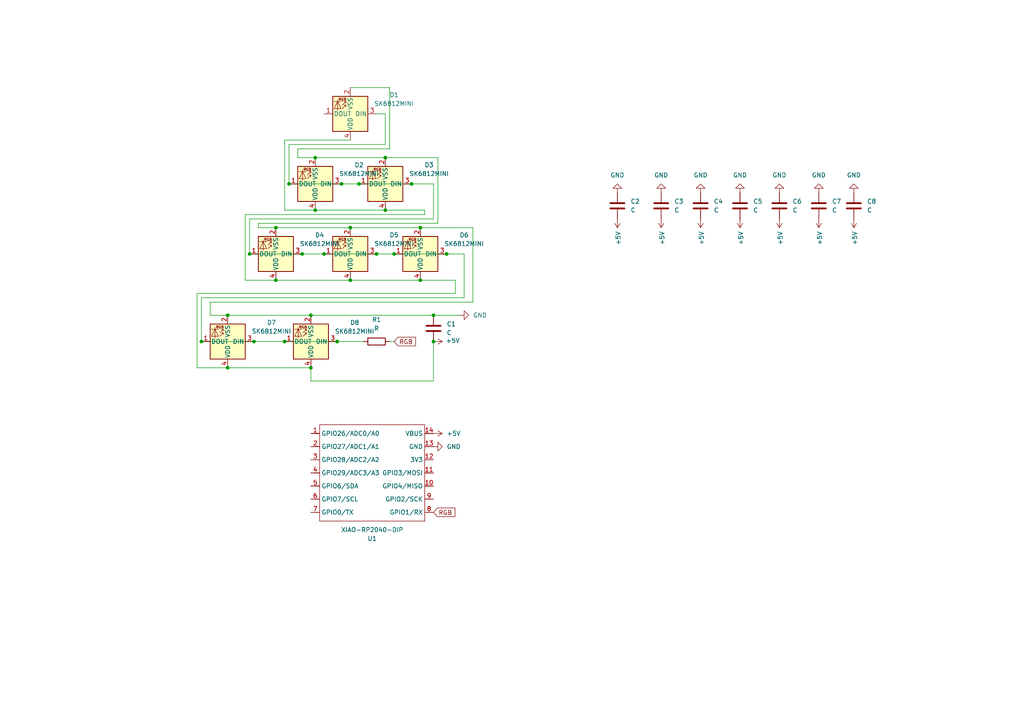
<source format=kicad_sch>
(kicad_sch
	(version 20231120)
	(generator "eeschema")
	(generator_version "8.0")
	(uuid "d0b8a1c9-b2d6-4c19-a01a-0a72e8b0ad04")
	(paper "A4")
	(lib_symbols
		(symbol "Device:C"
			(pin_numbers hide)
			(pin_names
				(offset 0.254)
			)
			(exclude_from_sim no)
			(in_bom yes)
			(on_board yes)
			(property "Reference" "C"
				(at 0.635 2.54 0)
				(effects
					(font
						(size 1.27 1.27)
					)
					(justify left)
				)
			)
			(property "Value" "C"
				(at 0.635 -2.54 0)
				(effects
					(font
						(size 1.27 1.27)
					)
					(justify left)
				)
			)
			(property "Footprint" ""
				(at 0.9652 -3.81 0)
				(effects
					(font
						(size 1.27 1.27)
					)
					(hide yes)
				)
			)
			(property "Datasheet" "~"
				(at 0 0 0)
				(effects
					(font
						(size 1.27 1.27)
					)
					(hide yes)
				)
			)
			(property "Description" "Unpolarized capacitor"
				(at 0 0 0)
				(effects
					(font
						(size 1.27 1.27)
					)
					(hide yes)
				)
			)
			(property "ki_keywords" "cap capacitor"
				(at 0 0 0)
				(effects
					(font
						(size 1.27 1.27)
					)
					(hide yes)
				)
			)
			(property "ki_fp_filters" "C_*"
				(at 0 0 0)
				(effects
					(font
						(size 1.27 1.27)
					)
					(hide yes)
				)
			)
			(symbol "C_0_1"
				(polyline
					(pts
						(xy -2.032 -0.762) (xy 2.032 -0.762)
					)
					(stroke
						(width 0.508)
						(type default)
					)
					(fill
						(type none)
					)
				)
				(polyline
					(pts
						(xy -2.032 0.762) (xy 2.032 0.762)
					)
					(stroke
						(width 0.508)
						(type default)
					)
					(fill
						(type none)
					)
				)
			)
			(symbol "C_1_1"
				(pin passive line
					(at 0 3.81 270)
					(length 2.794)
					(name "~"
						(effects
							(font
								(size 1.27 1.27)
							)
						)
					)
					(number "1"
						(effects
							(font
								(size 1.27 1.27)
							)
						)
					)
				)
				(pin passive line
					(at 0 -3.81 90)
					(length 2.794)
					(name "~"
						(effects
							(font
								(size 1.27 1.27)
							)
						)
					)
					(number "2"
						(effects
							(font
								(size 1.27 1.27)
							)
						)
					)
				)
			)
		)
		(symbol "Device:R"
			(pin_numbers hide)
			(pin_names
				(offset 0)
			)
			(exclude_from_sim no)
			(in_bom yes)
			(on_board yes)
			(property "Reference" "R"
				(at 2.032 0 90)
				(effects
					(font
						(size 1.27 1.27)
					)
				)
			)
			(property "Value" "R"
				(at 0 0 90)
				(effects
					(font
						(size 1.27 1.27)
					)
				)
			)
			(property "Footprint" ""
				(at -1.778 0 90)
				(effects
					(font
						(size 1.27 1.27)
					)
					(hide yes)
				)
			)
			(property "Datasheet" "~"
				(at 0 0 0)
				(effects
					(font
						(size 1.27 1.27)
					)
					(hide yes)
				)
			)
			(property "Description" "Resistor"
				(at 0 0 0)
				(effects
					(font
						(size 1.27 1.27)
					)
					(hide yes)
				)
			)
			(property "ki_keywords" "R res resistor"
				(at 0 0 0)
				(effects
					(font
						(size 1.27 1.27)
					)
					(hide yes)
				)
			)
			(property "ki_fp_filters" "R_*"
				(at 0 0 0)
				(effects
					(font
						(size 1.27 1.27)
					)
					(hide yes)
				)
			)
			(symbol "R_0_1"
				(rectangle
					(start -1.016 -2.54)
					(end 1.016 2.54)
					(stroke
						(width 0.254)
						(type default)
					)
					(fill
						(type none)
					)
				)
			)
			(symbol "R_1_1"
				(pin passive line
					(at 0 3.81 270)
					(length 1.27)
					(name "~"
						(effects
							(font
								(size 1.27 1.27)
							)
						)
					)
					(number "1"
						(effects
							(font
								(size 1.27 1.27)
							)
						)
					)
				)
				(pin passive line
					(at 0 -3.81 90)
					(length 1.27)
					(name "~"
						(effects
							(font
								(size 1.27 1.27)
							)
						)
					)
					(number "2"
						(effects
							(font
								(size 1.27 1.27)
							)
						)
					)
				)
			)
		)
		(symbol "LED:SK6812MINI"
			(pin_names
				(offset 0.254)
			)
			(exclude_from_sim no)
			(in_bom yes)
			(on_board yes)
			(property "Reference" "D"
				(at 5.08 5.715 0)
				(effects
					(font
						(size 1.27 1.27)
					)
					(justify right bottom)
				)
			)
			(property "Value" "SK6812MINI"
				(at 1.27 -5.715 0)
				(effects
					(font
						(size 1.27 1.27)
					)
					(justify left top)
				)
			)
			(property "Footprint" "LED_SMD:LED_SK6812MINI_PLCC4_3.5x3.5mm_P1.75mm"
				(at 1.27 -7.62 0)
				(effects
					(font
						(size 1.27 1.27)
					)
					(justify left top)
					(hide yes)
				)
			)
			(property "Datasheet" "https://cdn-shop.adafruit.com/product-files/2686/SK6812MINI_REV.01-1-2.pdf"
				(at 2.54 -9.525 0)
				(effects
					(font
						(size 1.27 1.27)
					)
					(justify left top)
					(hide yes)
				)
			)
			(property "Description" "RGB LED with integrated controller"
				(at 0 0 0)
				(effects
					(font
						(size 1.27 1.27)
					)
					(hide yes)
				)
			)
			(property "ki_keywords" "RGB LED NeoPixel Mini addressable"
				(at 0 0 0)
				(effects
					(font
						(size 1.27 1.27)
					)
					(hide yes)
				)
			)
			(property "ki_fp_filters" "LED*SK6812MINI*PLCC*3.5x3.5mm*P1.75mm*"
				(at 0 0 0)
				(effects
					(font
						(size 1.27 1.27)
					)
					(hide yes)
				)
			)
			(symbol "SK6812MINI_0_0"
				(text "RGB"
					(at 2.286 -4.191 0)
					(effects
						(font
							(size 0.762 0.762)
						)
					)
				)
			)
			(symbol "SK6812MINI_0_1"
				(polyline
					(pts
						(xy 1.27 -3.556) (xy 1.778 -3.556)
					)
					(stroke
						(width 0)
						(type default)
					)
					(fill
						(type none)
					)
				)
				(polyline
					(pts
						(xy 1.27 -2.54) (xy 1.778 -2.54)
					)
					(stroke
						(width 0)
						(type default)
					)
					(fill
						(type none)
					)
				)
				(polyline
					(pts
						(xy 4.699 -3.556) (xy 2.667 -3.556)
					)
					(stroke
						(width 0)
						(type default)
					)
					(fill
						(type none)
					)
				)
				(polyline
					(pts
						(xy 2.286 -2.54) (xy 1.27 -3.556) (xy 1.27 -3.048)
					)
					(stroke
						(width 0)
						(type default)
					)
					(fill
						(type none)
					)
				)
				(polyline
					(pts
						(xy 2.286 -1.524) (xy 1.27 -2.54) (xy 1.27 -2.032)
					)
					(stroke
						(width 0)
						(type default)
					)
					(fill
						(type none)
					)
				)
				(polyline
					(pts
						(xy 3.683 -1.016) (xy 3.683 -3.556) (xy 3.683 -4.064)
					)
					(stroke
						(width 0)
						(type default)
					)
					(fill
						(type none)
					)
				)
				(polyline
					(pts
						(xy 4.699 -1.524) (xy 2.667 -1.524) (xy 3.683 -3.556) (xy 4.699 -1.524)
					)
					(stroke
						(width 0)
						(type default)
					)
					(fill
						(type none)
					)
				)
				(rectangle
					(start 5.08 5.08)
					(end -5.08 -5.08)
					(stroke
						(width 0.254)
						(type default)
					)
					(fill
						(type background)
					)
				)
			)
			(symbol "SK6812MINI_1_1"
				(pin output line
					(at 7.62 0 180)
					(length 2.54)
					(name "DOUT"
						(effects
							(font
								(size 1.27 1.27)
							)
						)
					)
					(number "1"
						(effects
							(font
								(size 1.27 1.27)
							)
						)
					)
				)
				(pin power_in line
					(at 0 -7.62 90)
					(length 2.54)
					(name "VSS"
						(effects
							(font
								(size 1.27 1.27)
							)
						)
					)
					(number "2"
						(effects
							(font
								(size 1.27 1.27)
							)
						)
					)
				)
				(pin input line
					(at -7.62 0 0)
					(length 2.54)
					(name "DIN"
						(effects
							(font
								(size 1.27 1.27)
							)
						)
					)
					(number "3"
						(effects
							(font
								(size 1.27 1.27)
							)
						)
					)
				)
				(pin power_in line
					(at 0 7.62 270)
					(length 2.54)
					(name "VDD"
						(effects
							(font
								(size 1.27 1.27)
							)
						)
					)
					(number "4"
						(effects
							(font
								(size 1.27 1.27)
							)
						)
					)
				)
			)
		)
		(symbol "Seeed_Studio_XIAO_Series:XIAO-RP2040-DIP"
			(exclude_from_sim no)
			(in_bom yes)
			(on_board yes)
			(property "Reference" "U"
				(at 0 0 0)
				(effects
					(font
						(size 1.27 1.27)
					)
				)
			)
			(property "Value" "XIAO-RP2040-DIP"
				(at 5.334 -1.778 0)
				(effects
					(font
						(size 1.27 1.27)
					)
				)
			)
			(property "Footprint" "Module:MOUDLE14P-XIAO-DIP-SMD"
				(at 14.478 -32.258 0)
				(effects
					(font
						(size 1.27 1.27)
					)
					(hide yes)
				)
			)
			(property "Datasheet" ""
				(at 0 0 0)
				(effects
					(font
						(size 1.27 1.27)
					)
					(hide yes)
				)
			)
			(property "Description" ""
				(at 0 0 0)
				(effects
					(font
						(size 1.27 1.27)
					)
					(hide yes)
				)
			)
			(symbol "XIAO-RP2040-DIP_1_0"
				(polyline
					(pts
						(xy -1.27 -30.48) (xy -1.27 -16.51)
					)
					(stroke
						(width 0.1524)
						(type solid)
					)
					(fill
						(type none)
					)
				)
				(polyline
					(pts
						(xy -1.27 -27.94) (xy -2.54 -27.94)
					)
					(stroke
						(width 0.1524)
						(type solid)
					)
					(fill
						(type none)
					)
				)
				(polyline
					(pts
						(xy -1.27 -24.13) (xy -2.54 -24.13)
					)
					(stroke
						(width 0.1524)
						(type solid)
					)
					(fill
						(type none)
					)
				)
				(polyline
					(pts
						(xy -1.27 -20.32) (xy -2.54 -20.32)
					)
					(stroke
						(width 0.1524)
						(type solid)
					)
					(fill
						(type none)
					)
				)
				(polyline
					(pts
						(xy -1.27 -16.51) (xy -2.54 -16.51)
					)
					(stroke
						(width 0.1524)
						(type solid)
					)
					(fill
						(type none)
					)
				)
				(polyline
					(pts
						(xy -1.27 -16.51) (xy -1.27 -12.7)
					)
					(stroke
						(width 0.1524)
						(type solid)
					)
					(fill
						(type none)
					)
				)
				(polyline
					(pts
						(xy -1.27 -12.7) (xy -2.54 -12.7)
					)
					(stroke
						(width 0.1524)
						(type solid)
					)
					(fill
						(type none)
					)
				)
				(polyline
					(pts
						(xy -1.27 -12.7) (xy -1.27 -8.89)
					)
					(stroke
						(width 0.1524)
						(type solid)
					)
					(fill
						(type none)
					)
				)
				(polyline
					(pts
						(xy -1.27 -8.89) (xy -2.54 -8.89)
					)
					(stroke
						(width 0.1524)
						(type solid)
					)
					(fill
						(type none)
					)
				)
				(polyline
					(pts
						(xy -1.27 -8.89) (xy -1.27 -5.08)
					)
					(stroke
						(width 0.1524)
						(type solid)
					)
					(fill
						(type none)
					)
				)
				(polyline
					(pts
						(xy -1.27 -5.08) (xy -2.54 -5.08)
					)
					(stroke
						(width 0.1524)
						(type solid)
					)
					(fill
						(type none)
					)
				)
				(polyline
					(pts
						(xy -1.27 -5.08) (xy -1.27 -2.54)
					)
					(stroke
						(width 0.1524)
						(type solid)
					)
					(fill
						(type none)
					)
				)
				(polyline
					(pts
						(xy -1.27 -2.54) (xy 29.21 -2.54)
					)
					(stroke
						(width 0.1524)
						(type solid)
					)
					(fill
						(type none)
					)
				)
				(polyline
					(pts
						(xy 29.21 -30.48) (xy -1.27 -30.48)
					)
					(stroke
						(width 0.1524)
						(type solid)
					)
					(fill
						(type none)
					)
				)
				(polyline
					(pts
						(xy 29.21 -12.7) (xy 29.21 -30.48)
					)
					(stroke
						(width 0.1524)
						(type solid)
					)
					(fill
						(type none)
					)
				)
				(polyline
					(pts
						(xy 29.21 -8.89) (xy 29.21 -12.7)
					)
					(stroke
						(width 0.1524)
						(type solid)
					)
					(fill
						(type none)
					)
				)
				(polyline
					(pts
						(xy 29.21 -5.08) (xy 29.21 -8.89)
					)
					(stroke
						(width 0.1524)
						(type solid)
					)
					(fill
						(type none)
					)
				)
				(polyline
					(pts
						(xy 29.21 -2.54) (xy 29.21 -5.08)
					)
					(stroke
						(width 0.1524)
						(type solid)
					)
					(fill
						(type none)
					)
				)
				(polyline
					(pts
						(xy 30.48 -27.94) (xy 29.21 -27.94)
					)
					(stroke
						(width 0.1524)
						(type solid)
					)
					(fill
						(type none)
					)
				)
				(polyline
					(pts
						(xy 30.48 -24.13) (xy 29.21 -24.13)
					)
					(stroke
						(width 0.1524)
						(type solid)
					)
					(fill
						(type none)
					)
				)
				(polyline
					(pts
						(xy 30.48 -20.32) (xy 29.21 -20.32)
					)
					(stroke
						(width 0.1524)
						(type solid)
					)
					(fill
						(type none)
					)
				)
				(polyline
					(pts
						(xy 30.48 -16.51) (xy 29.21 -16.51)
					)
					(stroke
						(width 0.1524)
						(type solid)
					)
					(fill
						(type none)
					)
				)
				(polyline
					(pts
						(xy 30.48 -12.7) (xy 29.21 -12.7)
					)
					(stroke
						(width 0.1524)
						(type solid)
					)
					(fill
						(type none)
					)
				)
				(polyline
					(pts
						(xy 30.48 -8.89) (xy 29.21 -8.89)
					)
					(stroke
						(width 0.1524)
						(type solid)
					)
					(fill
						(type none)
					)
				)
				(polyline
					(pts
						(xy 30.48 -5.08) (xy 29.21 -5.08)
					)
					(stroke
						(width 0.1524)
						(type solid)
					)
					(fill
						(type none)
					)
				)
				(pin passive line
					(at -3.81 -5.08 0)
					(length 2.54)
					(name "GPIO26/ADC0/A0"
						(effects
							(font
								(size 1.27 1.27)
							)
						)
					)
					(number "1"
						(effects
							(font
								(size 1.27 1.27)
							)
						)
					)
				)
				(pin passive line
					(at 31.75 -20.32 180)
					(length 2.54)
					(name "GPIO4/MISO"
						(effects
							(font
								(size 1.27 1.27)
							)
						)
					)
					(number "10"
						(effects
							(font
								(size 1.27 1.27)
							)
						)
					)
				)
				(pin passive line
					(at 31.75 -16.51 180)
					(length 2.54)
					(name "GPIO3/MOSI"
						(effects
							(font
								(size 1.27 1.27)
							)
						)
					)
					(number "11"
						(effects
							(font
								(size 1.27 1.27)
							)
						)
					)
				)
				(pin passive line
					(at 31.75 -12.7 180)
					(length 2.54)
					(name "3V3"
						(effects
							(font
								(size 1.27 1.27)
							)
						)
					)
					(number "12"
						(effects
							(font
								(size 1.27 1.27)
							)
						)
					)
				)
				(pin passive line
					(at 31.75 -8.89 180)
					(length 2.54)
					(name "GND"
						(effects
							(font
								(size 1.27 1.27)
							)
						)
					)
					(number "13"
						(effects
							(font
								(size 1.27 1.27)
							)
						)
					)
				)
				(pin passive line
					(at 31.75 -5.08 180)
					(length 2.54)
					(name "VBUS"
						(effects
							(font
								(size 1.27 1.27)
							)
						)
					)
					(number "14"
						(effects
							(font
								(size 1.27 1.27)
							)
						)
					)
				)
				(pin passive line
					(at -3.81 -8.89 0)
					(length 2.54)
					(name "GPIO27/ADC1/A1"
						(effects
							(font
								(size 1.27 1.27)
							)
						)
					)
					(number "2"
						(effects
							(font
								(size 1.27 1.27)
							)
						)
					)
				)
				(pin passive line
					(at -3.81 -12.7 0)
					(length 2.54)
					(name "GPIO28/ADC2/A2"
						(effects
							(font
								(size 1.27 1.27)
							)
						)
					)
					(number "3"
						(effects
							(font
								(size 1.27 1.27)
							)
						)
					)
				)
				(pin passive line
					(at -3.81 -16.51 0)
					(length 2.54)
					(name "GPIO29/ADC3/A3"
						(effects
							(font
								(size 1.27 1.27)
							)
						)
					)
					(number "4"
						(effects
							(font
								(size 1.27 1.27)
							)
						)
					)
				)
				(pin passive line
					(at -3.81 -20.32 0)
					(length 2.54)
					(name "GPIO6/SDA"
						(effects
							(font
								(size 1.27 1.27)
							)
						)
					)
					(number "5"
						(effects
							(font
								(size 1.27 1.27)
							)
						)
					)
				)
				(pin passive line
					(at -3.81 -24.13 0)
					(length 2.54)
					(name "GPIO7/SCL"
						(effects
							(font
								(size 1.27 1.27)
							)
						)
					)
					(number "6"
						(effects
							(font
								(size 1.27 1.27)
							)
						)
					)
				)
				(pin passive line
					(at -3.81 -27.94 0)
					(length 2.54)
					(name "GPIO0/TX"
						(effects
							(font
								(size 1.27 1.27)
							)
						)
					)
					(number "7"
						(effects
							(font
								(size 1.27 1.27)
							)
						)
					)
				)
				(pin passive line
					(at 31.75 -27.94 180)
					(length 2.54)
					(name "GPIO1/RX"
						(effects
							(font
								(size 1.27 1.27)
							)
						)
					)
					(number "8"
						(effects
							(font
								(size 1.27 1.27)
							)
						)
					)
				)
				(pin passive line
					(at 31.75 -24.13 180)
					(length 2.54)
					(name "GPIO2/SCK"
						(effects
							(font
								(size 1.27 1.27)
							)
						)
					)
					(number "9"
						(effects
							(font
								(size 1.27 1.27)
							)
						)
					)
				)
			)
		)
		(symbol "power:+5V"
			(power)
			(pin_numbers hide)
			(pin_names
				(offset 0) hide)
			(exclude_from_sim no)
			(in_bom yes)
			(on_board yes)
			(property "Reference" "#PWR"
				(at 0 -3.81 0)
				(effects
					(font
						(size 1.27 1.27)
					)
					(hide yes)
				)
			)
			(property "Value" "+5V"
				(at 0 3.556 0)
				(effects
					(font
						(size 1.27 1.27)
					)
				)
			)
			(property "Footprint" ""
				(at 0 0 0)
				(effects
					(font
						(size 1.27 1.27)
					)
					(hide yes)
				)
			)
			(property "Datasheet" ""
				(at 0 0 0)
				(effects
					(font
						(size 1.27 1.27)
					)
					(hide yes)
				)
			)
			(property "Description" "Power symbol creates a global label with name \"+5V\""
				(at 0 0 0)
				(effects
					(font
						(size 1.27 1.27)
					)
					(hide yes)
				)
			)
			(property "ki_keywords" "global power"
				(at 0 0 0)
				(effects
					(font
						(size 1.27 1.27)
					)
					(hide yes)
				)
			)
			(symbol "+5V_0_1"
				(polyline
					(pts
						(xy -0.762 1.27) (xy 0 2.54)
					)
					(stroke
						(width 0)
						(type default)
					)
					(fill
						(type none)
					)
				)
				(polyline
					(pts
						(xy 0 0) (xy 0 2.54)
					)
					(stroke
						(width 0)
						(type default)
					)
					(fill
						(type none)
					)
				)
				(polyline
					(pts
						(xy 0 2.54) (xy 0.762 1.27)
					)
					(stroke
						(width 0)
						(type default)
					)
					(fill
						(type none)
					)
				)
			)
			(symbol "+5V_1_1"
				(pin power_in line
					(at 0 0 90)
					(length 0)
					(name "~"
						(effects
							(font
								(size 1.27 1.27)
							)
						)
					)
					(number "1"
						(effects
							(font
								(size 1.27 1.27)
							)
						)
					)
				)
			)
		)
		(symbol "power:GND"
			(power)
			(pin_numbers hide)
			(pin_names
				(offset 0) hide)
			(exclude_from_sim no)
			(in_bom yes)
			(on_board yes)
			(property "Reference" "#PWR"
				(at 0 -6.35 0)
				(effects
					(font
						(size 1.27 1.27)
					)
					(hide yes)
				)
			)
			(property "Value" "GND"
				(at 0 -3.81 0)
				(effects
					(font
						(size 1.27 1.27)
					)
				)
			)
			(property "Footprint" ""
				(at 0 0 0)
				(effects
					(font
						(size 1.27 1.27)
					)
					(hide yes)
				)
			)
			(property "Datasheet" ""
				(at 0 0 0)
				(effects
					(font
						(size 1.27 1.27)
					)
					(hide yes)
				)
			)
			(property "Description" "Power symbol creates a global label with name \"GND\" , ground"
				(at 0 0 0)
				(effects
					(font
						(size 1.27 1.27)
					)
					(hide yes)
				)
			)
			(property "ki_keywords" "global power"
				(at 0 0 0)
				(effects
					(font
						(size 1.27 1.27)
					)
					(hide yes)
				)
			)
			(symbol "GND_0_1"
				(polyline
					(pts
						(xy 0 0) (xy 0 -1.27) (xy 1.27 -1.27) (xy 0 -2.54) (xy -1.27 -1.27) (xy 0 -1.27)
					)
					(stroke
						(width 0)
						(type default)
					)
					(fill
						(type none)
					)
				)
			)
			(symbol "GND_1_1"
				(pin power_in line
					(at 0 0 270)
					(length 0)
					(name "~"
						(effects
							(font
								(size 1.27 1.27)
							)
						)
					)
					(number "1"
						(effects
							(font
								(size 1.27 1.27)
							)
						)
					)
				)
			)
		)
	)
	(junction
		(at 87.63 73.66)
		(diameter 0)
		(color 0 0 0 0)
		(uuid "0ed7b349-5f4c-4b15-99d5-b512a0180920")
	)
	(junction
		(at 90.17 91.44)
		(diameter 0)
		(color 0 0 0 0)
		(uuid "36b17e22-c7d7-4251-bd12-7499c44f1853")
	)
	(junction
		(at 66.04 91.44)
		(diameter 0)
		(color 0 0 0 0)
		(uuid "3cbc8b51-bed2-471f-a706-252b4aac156d")
	)
	(junction
		(at 119.38 53.34)
		(diameter 0)
		(color 0 0 0 0)
		(uuid "551487f9-c552-43b1-b18d-8759daeafd12")
	)
	(junction
		(at 101.6 81.28)
		(diameter 0)
		(color 0 0 0 0)
		(uuid "575a8150-9368-447c-a348-fc43aef8dcd6")
	)
	(junction
		(at 121.92 81.28)
		(diameter 0)
		(color 0 0 0 0)
		(uuid "5b874c06-01d7-47e1-a223-35405180481e")
	)
	(junction
		(at 66.04 106.68)
		(diameter 0)
		(color 0 0 0 0)
		(uuid "64a14f82-7b0f-477a-99a1-5f1078e5af3d")
	)
	(junction
		(at 80.01 66.04)
		(diameter 0)
		(color 0 0 0 0)
		(uuid "6713a2a2-340b-4f58-b022-fc98abb2d201")
	)
	(junction
		(at 91.44 45.72)
		(diameter 0)
		(color 0 0 0 0)
		(uuid "69468ec1-faa5-452e-8c56-b4b1411c504d")
	)
	(junction
		(at 80.01 81.28)
		(diameter 0)
		(color 0 0 0 0)
		(uuid "7b7735b1-2442-43f4-a5cb-bc377cc3a2bc")
	)
	(junction
		(at 111.76 45.72)
		(diameter 0)
		(color 0 0 0 0)
		(uuid "8adbf8ee-c134-44d1-a11a-1b49f54c6798")
	)
	(junction
		(at 82.55 99.06)
		(diameter 0)
		(color 0 0 0 0)
		(uuid "9887ced8-c774-44ec-881d-4da62f22ee77")
	)
	(junction
		(at 129.54 73.66)
		(diameter 0)
		(color 0 0 0 0)
		(uuid "9e792e0d-6ba1-4b1e-bc9d-fed6327cf6cb")
	)
	(junction
		(at 111.76 60.96)
		(diameter 0)
		(color 0 0 0 0)
		(uuid "af55eb80-0f9d-440d-bf7d-b5585d85e00a")
	)
	(junction
		(at 90.17 106.68)
		(diameter 0)
		(color 0 0 0 0)
		(uuid "b7b6d4a8-2721-4554-9d6f-c53ae0a0b5c4")
	)
	(junction
		(at 125.73 99.06)
		(diameter 0)
		(color 0 0 0 0)
		(uuid "ba1f7725-6438-4da8-ab0d-8017bcf4fd86")
	)
	(junction
		(at 114.3 73.66)
		(diameter 0)
		(color 0 0 0 0)
		(uuid "bb054c54-95c8-48eb-b2ba-1461e4118acb")
	)
	(junction
		(at 125.73 91.44)
		(diameter 0)
		(color 0 0 0 0)
		(uuid "c0070d68-ed98-4799-a386-f5e853e2b901")
	)
	(junction
		(at 121.92 66.04)
		(diameter 0)
		(color 0 0 0 0)
		(uuid "c1dd1816-7764-452e-aefc-d586151d4583")
	)
	(junction
		(at 91.44 60.96)
		(diameter 0)
		(color 0 0 0 0)
		(uuid "c3e38dd6-7c17-4dfa-a82f-850d770085fc")
	)
	(junction
		(at 104.14 53.34)
		(diameter 0)
		(color 0 0 0 0)
		(uuid "ca32fd9a-7149-4a38-a866-e85eaf163818")
	)
	(junction
		(at 72.39 73.66)
		(diameter 0)
		(color 0 0 0 0)
		(uuid "d2e51054-e6e9-46d7-b40a-c0f6a74d5968")
	)
	(junction
		(at 58.42 99.06)
		(diameter 0)
		(color 0 0 0 0)
		(uuid "e02cf0c3-6f02-40c0-b434-2559f44e8118")
	)
	(junction
		(at 83.82 53.34)
		(diameter 0)
		(color 0 0 0 0)
		(uuid "f0c00d3b-8067-4269-9c10-1bdf013fc3f0")
	)
	(junction
		(at 73.66 99.06)
		(diameter 0)
		(color 0 0 0 0)
		(uuid "f1265b8e-0574-4ae2-9469-06963d975dd8")
	)
	(junction
		(at 101.6 66.04)
		(diameter 0)
		(color 0 0 0 0)
		(uuid "f27d962b-c190-48f9-8159-9dfc8e460347")
	)
	(junction
		(at 109.22 73.66)
		(diameter 0)
		(color 0 0 0 0)
		(uuid "f2ece7d6-b8be-4bcf-9a17-f8bea6ebbda5")
	)
	(junction
		(at 99.06 53.34)
		(diameter 0)
		(color 0 0 0 0)
		(uuid "f39264f0-4175-439b-9c39-29a8128f79c5")
	)
	(junction
		(at 97.79 99.06)
		(diameter 0)
		(color 0 0 0 0)
		(uuid "f6147153-e985-4613-97f3-ea384b38d70f")
	)
	(junction
		(at 93.98 73.66)
		(diameter 0)
		(color 0 0 0 0)
		(uuid "f9be7080-0c93-4bd7-ae00-d216ff6ab4a1")
	)
	(wire
		(pts
			(xy 109.22 33.02) (xy 111.76 33.02)
		)
		(stroke
			(width 0)
			(type default)
		)
		(uuid "00a02d69-c137-4de5-ad29-6fa03544a408")
	)
	(wire
		(pts
			(xy 90.17 110.49) (xy 90.17 106.68)
		)
		(stroke
			(width 0)
			(type default)
		)
		(uuid "045f20c1-e26d-412b-a4f0-274eb76bc641")
	)
	(wire
		(pts
			(xy 114.3 99.06) (xy 113.03 99.06)
		)
		(stroke
			(width 0)
			(type default)
		)
		(uuid "055f6507-ce85-453a-bf49-b30fc56fe020")
	)
	(wire
		(pts
			(xy 101.6 81.28) (xy 121.92 81.28)
		)
		(stroke
			(width 0)
			(type default)
		)
		(uuid "074a616d-820b-4573-a160-264b974749b1")
	)
	(wire
		(pts
			(xy 93.98 73.66) (xy 109.22 73.66)
		)
		(stroke
			(width 0)
			(type default)
		)
		(uuid "084cb877-2ad3-4d47-bc25-4c9968cb19de")
	)
	(wire
		(pts
			(xy 72.39 63.5) (xy 72.39 73.66)
		)
		(stroke
			(width 0)
			(type default)
		)
		(uuid "08728691-5d6a-4238-ba4e-41bad24b577d")
	)
	(wire
		(pts
			(xy 125.73 110.49) (xy 90.17 110.49)
		)
		(stroke
			(width 0)
			(type default)
		)
		(uuid "0b1febf0-f4cb-4531-b39b-22357f2b7ab7")
	)
	(wire
		(pts
			(xy 111.76 41.91) (xy 83.82 41.91)
		)
		(stroke
			(width 0)
			(type default)
		)
		(uuid "0ec73687-2305-4ebd-8bc9-9cb31e49d1ff")
	)
	(wire
		(pts
			(xy 125.73 63.5) (xy 72.39 63.5)
		)
		(stroke
			(width 0)
			(type default)
		)
		(uuid "0f39039f-02a9-4361-9189-0bc0405be283")
	)
	(wire
		(pts
			(xy 111.76 60.96) (xy 123.19 60.96)
		)
		(stroke
			(width 0)
			(type default)
		)
		(uuid "1beafa31-9e6e-4141-8b3e-23b50838a5bc")
	)
	(wire
		(pts
			(xy 134.62 86.36) (xy 58.42 86.36)
		)
		(stroke
			(width 0)
			(type default)
		)
		(uuid "1c8018b1-c58e-4cdc-aec6-067914e79073")
	)
	(wire
		(pts
			(xy 83.82 41.91) (xy 83.82 53.34)
		)
		(stroke
			(width 0)
			(type default)
		)
		(uuid "23bdcb71-c384-4554-bbe7-27066e31b5d1")
	)
	(wire
		(pts
			(xy 82.55 40.64) (xy 82.55 60.96)
		)
		(stroke
			(width 0)
			(type default)
		)
		(uuid "26a8be0b-6d50-4725-8293-05a3c4ec77a7")
	)
	(wire
		(pts
			(xy 113.03 43.18) (xy 86.36 43.18)
		)
		(stroke
			(width 0)
			(type default)
		)
		(uuid "29e4056b-ceb9-46c8-a661-08579b3c8441")
	)
	(wire
		(pts
			(xy 127 64.77) (xy 74.93 64.77)
		)
		(stroke
			(width 0)
			(type default)
		)
		(uuid "3384e2b8-2e78-4d3d-9dd7-6446c1c82123")
	)
	(wire
		(pts
			(xy 80.01 81.28) (xy 101.6 81.28)
		)
		(stroke
			(width 0)
			(type default)
		)
		(uuid "35033621-b4b4-4b29-b3b6-67d76eaefac0")
	)
	(wire
		(pts
			(xy 57.15 106.68) (xy 66.04 106.68)
		)
		(stroke
			(width 0)
			(type default)
		)
		(uuid "35532572-f0a4-43db-bc68-f53d8355a39a")
	)
	(wire
		(pts
			(xy 121.92 66.04) (xy 137.16 66.04)
		)
		(stroke
			(width 0)
			(type default)
		)
		(uuid "38d20197-d05f-4d71-be59-e53cd38b1f57")
	)
	(wire
		(pts
			(xy 125.73 91.44) (xy 90.17 91.44)
		)
		(stroke
			(width 0)
			(type default)
		)
		(uuid "39eb732b-ffd3-4fac-8636-2a5bdf13171f")
	)
	(wire
		(pts
			(xy 60.96 87.63) (xy 60.96 91.44)
		)
		(stroke
			(width 0)
			(type default)
		)
		(uuid "3c03ea86-2828-4595-8a8a-768419e77638")
	)
	(wire
		(pts
			(xy 125.73 53.34) (xy 125.73 63.5)
		)
		(stroke
			(width 0)
			(type default)
		)
		(uuid "3e792f6e-2d65-4f20-b776-a27f447b5d4e")
	)
	(wire
		(pts
			(xy 123.19 60.96) (xy 123.19 62.23)
		)
		(stroke
			(width 0)
			(type default)
		)
		(uuid "4e1de702-ad3a-451b-943c-2894121506ba")
	)
	(wire
		(pts
			(xy 137.16 66.04) (xy 137.16 87.63)
		)
		(stroke
			(width 0)
			(type default)
		)
		(uuid "4e37043d-ce82-416c-9b9a-3ce9e3694f02")
	)
	(wire
		(pts
			(xy 133.35 91.44) (xy 125.73 91.44)
		)
		(stroke
			(width 0)
			(type default)
		)
		(uuid "55f93d46-6c0f-45ff-91aa-55e7d20a63fd")
	)
	(wire
		(pts
			(xy 97.79 99.06) (xy 105.41 99.06)
		)
		(stroke
			(width 0)
			(type default)
		)
		(uuid "5729290f-a198-4091-81f3-2fb9f9efd037")
	)
	(wire
		(pts
			(xy 71.12 62.23) (xy 71.12 81.28)
		)
		(stroke
			(width 0)
			(type default)
		)
		(uuid "5888c6fc-4d3f-4606-8374-1275e4e6ff0f")
	)
	(wire
		(pts
			(xy 91.44 45.72) (xy 111.76 45.72)
		)
		(stroke
			(width 0)
			(type default)
		)
		(uuid "59c8ed0c-788b-4985-9026-6915dbd4c01d")
	)
	(wire
		(pts
			(xy 134.62 73.66) (xy 134.62 86.36)
		)
		(stroke
			(width 0)
			(type default)
		)
		(uuid "5a21b147-d930-4ae1-a6f0-6f83c71c7e34")
	)
	(wire
		(pts
			(xy 82.55 60.96) (xy 91.44 60.96)
		)
		(stroke
			(width 0)
			(type default)
		)
		(uuid "5b5ae11d-b01e-4c35-917a-0d4330ae752f")
	)
	(wire
		(pts
			(xy 119.38 53.34) (xy 125.73 53.34)
		)
		(stroke
			(width 0)
			(type default)
		)
		(uuid "5d3cf583-96ff-4a2d-aa78-b57b9a2bb606")
	)
	(wire
		(pts
			(xy 66.04 91.44) (xy 90.17 91.44)
		)
		(stroke
			(width 0)
			(type default)
		)
		(uuid "5e475e26-e9ce-4b81-826b-93e302871e94")
	)
	(wire
		(pts
			(xy 132.08 85.09) (xy 57.15 85.09)
		)
		(stroke
			(width 0)
			(type default)
		)
		(uuid "6ef659ea-9165-42e0-9428-9266c82330f3")
	)
	(wire
		(pts
			(xy 111.76 45.72) (xy 127 45.72)
		)
		(stroke
			(width 0)
			(type default)
		)
		(uuid "79c8b54a-f269-45d3-a2de-376b7aa3499f")
	)
	(wire
		(pts
			(xy 137.16 87.63) (xy 60.96 87.63)
		)
		(stroke
			(width 0)
			(type default)
		)
		(uuid "81c30c1c-2442-4534-a59e-aab5f59206d3")
	)
	(wire
		(pts
			(xy 80.01 66.04) (xy 101.6 66.04)
		)
		(stroke
			(width 0)
			(type default)
		)
		(uuid "8794bac7-22c2-4562-8989-94707946724f")
	)
	(wire
		(pts
			(xy 58.42 86.36) (xy 58.42 99.06)
		)
		(stroke
			(width 0)
			(type default)
		)
		(uuid "8d924b60-90ca-494c-a6e4-8c0b40b5cfc7")
	)
	(wire
		(pts
			(xy 66.04 106.68) (xy 90.17 106.68)
		)
		(stroke
			(width 0)
			(type default)
		)
		(uuid "93117705-7458-4b15-a36b-d7dd7579bdbf")
	)
	(wire
		(pts
			(xy 74.93 64.77) (xy 74.93 66.04)
		)
		(stroke
			(width 0)
			(type default)
		)
		(uuid "96669e1b-1d60-460a-961e-3fbfaf43a4a2")
	)
	(wire
		(pts
			(xy 121.92 81.28) (xy 132.08 81.28)
		)
		(stroke
			(width 0)
			(type default)
		)
		(uuid "9cb81adf-41c9-43a8-8000-184e047d70c4")
	)
	(wire
		(pts
			(xy 73.66 99.06) (xy 82.55 99.06)
		)
		(stroke
			(width 0)
			(type default)
		)
		(uuid "9d00d16c-82a4-4cd1-b419-a4ce1d4b478c")
	)
	(wire
		(pts
			(xy 83.82 53.34) (xy 99.06 53.34)
		)
		(stroke
			(width 0)
			(type default)
		)
		(uuid "a5974058-a72c-4004-a5e2-6064277080e6")
	)
	(wire
		(pts
			(xy 101.6 66.04) (xy 121.92 66.04)
		)
		(stroke
			(width 0)
			(type default)
		)
		(uuid "b4212922-5123-4dfc-bfd0-087df12e9604")
	)
	(wire
		(pts
			(xy 91.44 60.96) (xy 111.76 60.96)
		)
		(stroke
			(width 0)
			(type default)
		)
		(uuid "b4396be3-b195-4213-860e-07f43220b9bf")
	)
	(wire
		(pts
			(xy 58.42 99.06) (xy 73.66 99.06)
		)
		(stroke
			(width 0)
			(type default)
		)
		(uuid "b5dc91d8-8359-4812-9841-6c07ea8a47d7")
	)
	(wire
		(pts
			(xy 127 45.72) (xy 127 64.77)
		)
		(stroke
			(width 0)
			(type default)
		)
		(uuid "b7735575-d591-4694-b28e-cd9cab8bc33c")
	)
	(wire
		(pts
			(xy 87.63 73.66) (xy 93.98 73.66)
		)
		(stroke
			(width 0)
			(type default)
		)
		(uuid "bd41707a-0823-4d72-9ed7-122f7c00d659")
	)
	(wire
		(pts
			(xy 71.12 81.28) (xy 80.01 81.28)
		)
		(stroke
			(width 0)
			(type default)
		)
		(uuid "c4220290-9079-4611-8243-989445db65d0")
	)
	(wire
		(pts
			(xy 101.6 40.64) (xy 82.55 40.64)
		)
		(stroke
			(width 0)
			(type default)
		)
		(uuid "c5d920f8-0868-44dd-b04a-034dd12e9d14")
	)
	(wire
		(pts
			(xy 74.93 66.04) (xy 80.01 66.04)
		)
		(stroke
			(width 0)
			(type default)
		)
		(uuid "c5fde79e-358e-449a-a569-8923ae002826")
	)
	(wire
		(pts
			(xy 129.54 73.66) (xy 134.62 73.66)
		)
		(stroke
			(width 0)
			(type default)
		)
		(uuid "c695ecc6-cb1c-43c6-a3fe-dde9ce9d5a31")
	)
	(wire
		(pts
			(xy 123.19 62.23) (xy 71.12 62.23)
		)
		(stroke
			(width 0)
			(type default)
		)
		(uuid "c70d4282-4fa5-4e35-97e2-78f03ba87545")
	)
	(wire
		(pts
			(xy 125.73 99.06) (xy 125.73 110.49)
		)
		(stroke
			(width 0)
			(type default)
		)
		(uuid "c7cb8aa9-b017-463f-88fb-d444a9b1f82b")
	)
	(wire
		(pts
			(xy 60.96 91.44) (xy 66.04 91.44)
		)
		(stroke
			(width 0)
			(type default)
		)
		(uuid "ca6c525c-d696-43c0-8307-6547f5dc9e50")
	)
	(wire
		(pts
			(xy 111.76 33.02) (xy 111.76 41.91)
		)
		(stroke
			(width 0)
			(type default)
		)
		(uuid "cac36faf-05e6-4846-99df-dc4cd96375e4")
	)
	(wire
		(pts
			(xy 86.36 45.72) (xy 91.44 45.72)
		)
		(stroke
			(width 0)
			(type default)
		)
		(uuid "cb5f9414-56c3-430e-adce-4099a867107e")
	)
	(wire
		(pts
			(xy 109.22 73.66) (xy 114.3 73.66)
		)
		(stroke
			(width 0)
			(type default)
		)
		(uuid "ce69d351-b44f-44ec-af04-dc8a59defe47")
	)
	(wire
		(pts
			(xy 72.39 73.66) (xy 87.63 73.66)
		)
		(stroke
			(width 0)
			(type default)
		)
		(uuid "d3d6700e-4eab-48be-ae62-ead2e982bc8c")
	)
	(wire
		(pts
			(xy 104.14 53.34) (xy 119.38 53.34)
		)
		(stroke
			(width 0)
			(type default)
		)
		(uuid "d6db1c06-76a8-43c3-9bbc-f5d17dddd62f")
	)
	(wire
		(pts
			(xy 57.15 85.09) (xy 57.15 106.68)
		)
		(stroke
			(width 0)
			(type default)
		)
		(uuid "ddbf2e28-5982-4933-ac31-1ab1ae974ae8")
	)
	(wire
		(pts
			(xy 101.6 25.4) (xy 113.03 25.4)
		)
		(stroke
			(width 0)
			(type default)
		)
		(uuid "de2e57f3-b15c-4d0a-8976-1264aeabd217")
	)
	(wire
		(pts
			(xy 132.08 81.28) (xy 132.08 85.09)
		)
		(stroke
			(width 0)
			(type default)
		)
		(uuid "e0f5d261-be6d-4707-b19f-6d8c8bc1b67b")
	)
	(wire
		(pts
			(xy 99.06 53.34) (xy 104.14 53.34)
		)
		(stroke
			(width 0)
			(type default)
		)
		(uuid "f4105217-ed40-46d9-925a-44269bebd99a")
	)
	(wire
		(pts
			(xy 86.36 43.18) (xy 86.36 45.72)
		)
		(stroke
			(width 0)
			(type default)
		)
		(uuid "f65dea05-52e3-4735-9d9e-fe2c852a6493")
	)
	(wire
		(pts
			(xy 114.3 73.66) (xy 129.54 73.66)
		)
		(stroke
			(width 0)
			(type default)
		)
		(uuid "f723c2f8-4c3d-428d-b144-1fe33dacdfa5")
	)
	(wire
		(pts
			(xy 113.03 25.4) (xy 113.03 43.18)
		)
		(stroke
			(width 0)
			(type default)
		)
		(uuid "f86536b4-c04e-4877-abe4-25b596cdfb36")
	)
	(wire
		(pts
			(xy 82.55 99.06) (xy 97.79 99.06)
		)
		(stroke
			(width 0)
			(type default)
		)
		(uuid "fafbc3a4-f0b6-4e1d-a0c7-db4500882729")
	)
	(global_label "RGB"
		(shape input)
		(at 114.3 99.06 0)
		(fields_autoplaced yes)
		(effects
			(font
				(size 1.27 1.27)
			)
			(justify left)
		)
		(uuid "d9cafa8f-e478-4e31-997a-82f4b4e2f510")
		(property "Intersheetrefs" "${INTERSHEET_REFS}"
			(at 121.0952 99.06 0)
			(effects
				(font
					(size 1.27 1.27)
				)
				(justify left)
				(hide yes)
			)
		)
	)
	(global_label "RGB"
		(shape input)
		(at 125.73 148.59 0)
		(fields_autoplaced yes)
		(effects
			(font
				(size 1.27 1.27)
			)
			(justify left)
		)
		(uuid "e4578bf0-d069-4e46-8f9a-9da630dd77bb")
		(property "Intersheetrefs" "${INTERSHEET_REFS}"
			(at 132.5252 148.59 0)
			(effects
				(font
					(size 1.27 1.27)
				)
				(justify left)
				(hide yes)
			)
		)
	)
	(symbol
		(lib_id "power:+5V")
		(at 247.65 63.5 180)
		(unit 1)
		(exclude_from_sim no)
		(in_bom yes)
		(on_board yes)
		(dnp no)
		(uuid "0b20ef33-14c9-497f-b315-24130fe861c7")
		(property "Reference" "#PWR018"
			(at 247.65 59.69 0)
			(effects
				(font
					(size 1.27 1.27)
				)
				(hide yes)
			)
		)
		(property "Value" "+5V"
			(at 247.904 67.056 90)
			(effects
				(font
					(size 1.27 1.27)
				)
				(justify left)
			)
		)
		(property "Footprint" ""
			(at 247.65 63.5 0)
			(effects
				(font
					(size 1.27 1.27)
				)
				(hide yes)
			)
		)
		(property "Datasheet" ""
			(at 247.65 63.5 0)
			(effects
				(font
					(size 1.27 1.27)
				)
				(hide yes)
			)
		)
		(property "Description" "Power symbol creates a global label with name \"+5V\""
			(at 247.65 63.5 0)
			(effects
				(font
					(size 1.27 1.27)
				)
				(hide yes)
			)
		)
		(pin "1"
			(uuid "d19dcaea-d644-423a-a38c-65b4fd739cdb")
		)
		(instances
			(project "Arrowhead"
				(path "/d0b8a1c9-b2d6-4c19-a01a-0a72e8b0ad04"
					(reference "#PWR018")
					(unit 1)
				)
			)
		)
	)
	(symbol
		(lib_id "power:+5V")
		(at 125.73 99.06 270)
		(unit 1)
		(exclude_from_sim no)
		(in_bom yes)
		(on_board yes)
		(dnp no)
		(uuid "0d795a5f-16c9-4487-aa46-d5957ed42303")
		(property "Reference" "#PWR03"
			(at 121.92 99.06 0)
			(effects
				(font
					(size 1.27 1.27)
				)
				(hide yes)
			)
		)
		(property "Value" "+5V"
			(at 129.286 98.806 90)
			(effects
				(font
					(size 1.27 1.27)
				)
				(justify left)
			)
		)
		(property "Footprint" ""
			(at 125.73 99.06 0)
			(effects
				(font
					(size 1.27 1.27)
				)
				(hide yes)
			)
		)
		(property "Datasheet" ""
			(at 125.73 99.06 0)
			(effects
				(font
					(size 1.27 1.27)
				)
				(hide yes)
			)
		)
		(property "Description" "Power symbol creates a global label with name \"+5V\""
			(at 125.73 99.06 0)
			(effects
				(font
					(size 1.27 1.27)
				)
				(hide yes)
			)
		)
		(pin "1"
			(uuid "e73a1f66-de33-4208-8fc7-e01f3c524dca")
		)
		(instances
			(project "Arrowhead"
				(path "/d0b8a1c9-b2d6-4c19-a01a-0a72e8b0ad04"
					(reference "#PWR03")
					(unit 1)
				)
			)
		)
	)
	(symbol
		(lib_id "LED:SK6812MINI")
		(at 101.6 73.66 180)
		(unit 1)
		(exclude_from_sim no)
		(in_bom yes)
		(on_board yes)
		(dnp no)
		(fields_autoplaced yes)
		(uuid "0e0adc9d-b2a5-44bd-b3ca-ab7ce18b094f")
		(property "Reference" "D5"
			(at 114.3 68.1638 0)
			(effects
				(font
					(size 1.27 1.27)
				)
			)
		)
		(property "Value" "SK6812MINI"
			(at 114.3 70.7038 0)
			(effects
				(font
					(size 1.27 1.27)
				)
			)
		)
		(property "Footprint" "LED_SMD:LED_SK6812MINI_PLCC4_3.5x3.5mm_P1.75mm"
			(at 100.33 66.04 0)
			(effects
				(font
					(size 1.27 1.27)
				)
				(justify left top)
				(hide yes)
			)
		)
		(property "Datasheet" "https://cdn-shop.adafruit.com/product-files/2686/SK6812MINI_REV.01-1-2.pdf"
			(at 99.06 64.135 0)
			(effects
				(font
					(size 1.27 1.27)
				)
				(justify left top)
				(hide yes)
			)
		)
		(property "Description" "RGB LED with integrated controller"
			(at 101.6 73.66 0)
			(effects
				(font
					(size 1.27 1.27)
				)
				(hide yes)
			)
		)
		(pin "2"
			(uuid "b9add991-529b-416d-926e-f09e2c1e0488")
		)
		(pin "1"
			(uuid "2fb55c9a-1a59-4cb6-a78c-a4f7f42ce970")
		)
		(pin "3"
			(uuid "bdd35db3-04fe-4630-8aa9-a5b1a8dc6b02")
		)
		(pin "4"
			(uuid "d84f6b21-dcde-4276-b4ce-63995de1ba61")
		)
		(instances
			(project "Arrowhead"
				(path "/d0b8a1c9-b2d6-4c19-a01a-0a72e8b0ad04"
					(reference "D5")
					(unit 1)
				)
			)
		)
	)
	(symbol
		(lib_id "power:+5V")
		(at 214.63 63.5 180)
		(unit 1)
		(exclude_from_sim no)
		(in_bom yes)
		(on_board yes)
		(dnp no)
		(uuid "12f39663-0551-4c23-97b8-efab9c04ee44")
		(property "Reference" "#PWR012"
			(at 214.63 59.69 0)
			(effects
				(font
					(size 1.27 1.27)
				)
				(hide yes)
			)
		)
		(property "Value" "+5V"
			(at 214.884 67.056 90)
			(effects
				(font
					(size 1.27 1.27)
				)
				(justify left)
			)
		)
		(property "Footprint" ""
			(at 214.63 63.5 0)
			(effects
				(font
					(size 1.27 1.27)
				)
				(hide yes)
			)
		)
		(property "Datasheet" ""
			(at 214.63 63.5 0)
			(effects
				(font
					(size 1.27 1.27)
				)
				(hide yes)
			)
		)
		(property "Description" "Power symbol creates a global label with name \"+5V\""
			(at 214.63 63.5 0)
			(effects
				(font
					(size 1.27 1.27)
				)
				(hide yes)
			)
		)
		(pin "1"
			(uuid "3babb3ea-5d69-4cae-88bf-ff58178a89f2")
		)
		(instances
			(project "Arrowhead"
				(path "/d0b8a1c9-b2d6-4c19-a01a-0a72e8b0ad04"
					(reference "#PWR012")
					(unit 1)
				)
			)
		)
	)
	(symbol
		(lib_id "power:+5V")
		(at 191.77 63.5 180)
		(unit 1)
		(exclude_from_sim no)
		(in_bom yes)
		(on_board yes)
		(dnp no)
		(uuid "19b645d5-7816-4242-af63-66448858b477")
		(property "Reference" "#PWR08"
			(at 191.77 59.69 0)
			(effects
				(font
					(size 1.27 1.27)
				)
				(hide yes)
			)
		)
		(property "Value" "+5V"
			(at 192.024 67.056 90)
			(effects
				(font
					(size 1.27 1.27)
				)
				(justify left)
			)
		)
		(property "Footprint" ""
			(at 191.77 63.5 0)
			(effects
				(font
					(size 1.27 1.27)
				)
				(hide yes)
			)
		)
		(property "Datasheet" ""
			(at 191.77 63.5 0)
			(effects
				(font
					(size 1.27 1.27)
				)
				(hide yes)
			)
		)
		(property "Description" "Power symbol creates a global label with name \"+5V\""
			(at 191.77 63.5 0)
			(effects
				(font
					(size 1.27 1.27)
				)
				(hide yes)
			)
		)
		(pin "1"
			(uuid "9376c832-484d-41f4-875d-0b619a0be8e5")
		)
		(instances
			(project "Arrowhead"
				(path "/d0b8a1c9-b2d6-4c19-a01a-0a72e8b0ad04"
					(reference "#PWR08")
					(unit 1)
				)
			)
		)
	)
	(symbol
		(lib_id "LED:SK6812MINI")
		(at 66.04 99.06 180)
		(unit 1)
		(exclude_from_sim no)
		(in_bom yes)
		(on_board yes)
		(dnp no)
		(fields_autoplaced yes)
		(uuid "2255d874-f5bf-4022-a8ff-1f7d2c1569cc")
		(property "Reference" "D7"
			(at 78.74 93.5638 0)
			(effects
				(font
					(size 1.27 1.27)
				)
			)
		)
		(property "Value" "SK6812MINI"
			(at 78.74 96.1038 0)
			(effects
				(font
					(size 1.27 1.27)
				)
			)
		)
		(property "Footprint" "LED_SMD:LED_SK6812MINI_PLCC4_3.5x3.5mm_P1.75mm"
			(at 64.77 91.44 0)
			(effects
				(font
					(size 1.27 1.27)
				)
				(justify left top)
				(hide yes)
			)
		)
		(property "Datasheet" "https://cdn-shop.adafruit.com/product-files/2686/SK6812MINI_REV.01-1-2.pdf"
			(at 63.5 89.535 0)
			(effects
				(font
					(size 1.27 1.27)
				)
				(justify left top)
				(hide yes)
			)
		)
		(property "Description" "RGB LED with integrated controller"
			(at 66.04 99.06 0)
			(effects
				(font
					(size 1.27 1.27)
				)
				(hide yes)
			)
		)
		(pin "2"
			(uuid "ea3835f0-007a-40b1-9fe4-2e1047ce7ad1")
		)
		(pin "1"
			(uuid "52787b63-b3cb-4a2f-b580-918c682839ed")
		)
		(pin "3"
			(uuid "815f7097-c5be-4654-abe7-ffb8b517fc53")
		)
		(pin "4"
			(uuid "5324f7b0-8879-459d-b103-26fbff0e6d3b")
		)
		(instances
			(project "Arrowhead"
				(path "/d0b8a1c9-b2d6-4c19-a01a-0a72e8b0ad04"
					(reference "D7")
					(unit 1)
				)
			)
		)
	)
	(symbol
		(lib_id "Device:C")
		(at 125.73 95.25 0)
		(unit 1)
		(exclude_from_sim no)
		(in_bom yes)
		(on_board yes)
		(dnp no)
		(fields_autoplaced yes)
		(uuid "27ce0f70-a6fd-4702-9fad-38420880f242")
		(property "Reference" "C1"
			(at 129.54 93.9799 0)
			(effects
				(font
					(size 1.27 1.27)
				)
				(justify left)
			)
		)
		(property "Value" "C"
			(at 129.54 96.5199 0)
			(effects
				(font
					(size 1.27 1.27)
				)
				(justify left)
			)
		)
		(property "Footprint" "Capacitor_SMD:CP_Elec_6.3x7.7"
			(at 126.6952 99.06 0)
			(effects
				(font
					(size 1.27 1.27)
				)
				(hide yes)
			)
		)
		(property "Datasheet" "~"
			(at 125.73 95.25 0)
			(effects
				(font
					(size 1.27 1.27)
				)
				(hide yes)
			)
		)
		(property "Description" "Unpolarized capacitor"
			(at 125.73 95.25 0)
			(effects
				(font
					(size 1.27 1.27)
				)
				(hide yes)
			)
		)
		(pin "2"
			(uuid "623c1861-8d2e-4410-acd5-e41ece5f9ef9")
		)
		(pin "1"
			(uuid "198871e0-a888-4908-a860-1a9e2855a3a7")
		)
		(instances
			(project ""
				(path "/d0b8a1c9-b2d6-4c19-a01a-0a72e8b0ad04"
					(reference "C1")
					(unit 1)
				)
			)
		)
	)
	(symbol
		(lib_id "power:GND")
		(at 237.49 55.88 180)
		(unit 1)
		(exclude_from_sim no)
		(in_bom yes)
		(on_board yes)
		(dnp no)
		(fields_autoplaced yes)
		(uuid "2b84dcaa-8caa-43fa-8294-013d1cf33759")
		(property "Reference" "#PWR015"
			(at 237.49 49.53 0)
			(effects
				(font
					(size 1.27 1.27)
				)
				(hide yes)
			)
		)
		(property "Value" "GND"
			(at 237.49 50.8 0)
			(effects
				(font
					(size 1.27 1.27)
				)
			)
		)
		(property "Footprint" ""
			(at 237.49 55.88 0)
			(effects
				(font
					(size 1.27 1.27)
				)
				(hide yes)
			)
		)
		(property "Datasheet" ""
			(at 237.49 55.88 0)
			(effects
				(font
					(size 1.27 1.27)
				)
				(hide yes)
			)
		)
		(property "Description" "Power symbol creates a global label with name \"GND\" , ground"
			(at 237.49 55.88 0)
			(effects
				(font
					(size 1.27 1.27)
				)
				(hide yes)
			)
		)
		(pin "1"
			(uuid "d92da68b-bdc3-41cd-b118-f55777d04b45")
		)
		(instances
			(project "Arrowhead"
				(path "/d0b8a1c9-b2d6-4c19-a01a-0a72e8b0ad04"
					(reference "#PWR015")
					(unit 1)
				)
			)
		)
	)
	(symbol
		(lib_id "power:+5V")
		(at 203.2 63.5 180)
		(unit 1)
		(exclude_from_sim no)
		(in_bom yes)
		(on_board yes)
		(dnp no)
		(uuid "34178066-326c-42fb-81f7-3f77074780a2")
		(property "Reference" "#PWR010"
			(at 203.2 59.69 0)
			(effects
				(font
					(size 1.27 1.27)
				)
				(hide yes)
			)
		)
		(property "Value" "+5V"
			(at 203.454 67.056 90)
			(effects
				(font
					(size 1.27 1.27)
				)
				(justify left)
			)
		)
		(property "Footprint" ""
			(at 203.2 63.5 0)
			(effects
				(font
					(size 1.27 1.27)
				)
				(hide yes)
			)
		)
		(property "Datasheet" ""
			(at 203.2 63.5 0)
			(effects
				(font
					(size 1.27 1.27)
				)
				(hide yes)
			)
		)
		(property "Description" "Power symbol creates a global label with name \"+5V\""
			(at 203.2 63.5 0)
			(effects
				(font
					(size 1.27 1.27)
				)
				(hide yes)
			)
		)
		(pin "1"
			(uuid "e8fc7a09-603b-4626-8e69-c66ca0fab91e")
		)
		(instances
			(project "Arrowhead"
				(path "/d0b8a1c9-b2d6-4c19-a01a-0a72e8b0ad04"
					(reference "#PWR010")
					(unit 1)
				)
			)
		)
	)
	(symbol
		(lib_id "power:GND")
		(at 125.73 129.54 90)
		(unit 1)
		(exclude_from_sim no)
		(in_bom yes)
		(on_board yes)
		(dnp no)
		(fields_autoplaced yes)
		(uuid "35774227-7ee2-45a2-9f8a-711f7864871a")
		(property "Reference" "#PWR05"
			(at 132.08 129.54 0)
			(effects
				(font
					(size 1.27 1.27)
				)
				(hide yes)
			)
		)
		(property "Value" "GND"
			(at 129.54 129.5401 90)
			(effects
				(font
					(size 1.27 1.27)
				)
				(justify right)
			)
		)
		(property "Footprint" ""
			(at 125.73 129.54 0)
			(effects
				(font
					(size 1.27 1.27)
				)
				(hide yes)
			)
		)
		(property "Datasheet" ""
			(at 125.73 129.54 0)
			(effects
				(font
					(size 1.27 1.27)
				)
				(hide yes)
			)
		)
		(property "Description" "Power symbol creates a global label with name \"GND\" , ground"
			(at 125.73 129.54 0)
			(effects
				(font
					(size 1.27 1.27)
				)
				(hide yes)
			)
		)
		(pin "1"
			(uuid "4245ed29-aa62-4dc7-94b6-ea40ab2d76ac")
		)
		(instances
			(project "Arrowhead"
				(path "/d0b8a1c9-b2d6-4c19-a01a-0a72e8b0ad04"
					(reference "#PWR05")
					(unit 1)
				)
			)
		)
	)
	(symbol
		(lib_id "power:GND")
		(at 203.2 55.88 180)
		(unit 1)
		(exclude_from_sim no)
		(in_bom yes)
		(on_board yes)
		(dnp no)
		(fields_autoplaced yes)
		(uuid "35ef0447-ef16-47a1-aca6-d083c4e8ea04")
		(property "Reference" "#PWR09"
			(at 203.2 49.53 0)
			(effects
				(font
					(size 1.27 1.27)
				)
				(hide yes)
			)
		)
		(property "Value" "GND"
			(at 203.2 50.8 0)
			(effects
				(font
					(size 1.27 1.27)
				)
			)
		)
		(property "Footprint" ""
			(at 203.2 55.88 0)
			(effects
				(font
					(size 1.27 1.27)
				)
				(hide yes)
			)
		)
		(property "Datasheet" ""
			(at 203.2 55.88 0)
			(effects
				(font
					(size 1.27 1.27)
				)
				(hide yes)
			)
		)
		(property "Description" "Power symbol creates a global label with name \"GND\" , ground"
			(at 203.2 55.88 0)
			(effects
				(font
					(size 1.27 1.27)
				)
				(hide yes)
			)
		)
		(pin "1"
			(uuid "49cfedbc-9b38-4e51-a4e8-31b3289aa4ad")
		)
		(instances
			(project "Arrowhead"
				(path "/d0b8a1c9-b2d6-4c19-a01a-0a72e8b0ad04"
					(reference "#PWR09")
					(unit 1)
				)
			)
		)
	)
	(symbol
		(lib_id "power:+5V")
		(at 226.06 63.5 180)
		(unit 1)
		(exclude_from_sim no)
		(in_bom yes)
		(on_board yes)
		(dnp no)
		(uuid "3ca365a0-e486-49b0-a780-097135c4785f")
		(property "Reference" "#PWR014"
			(at 226.06 59.69 0)
			(effects
				(font
					(size 1.27 1.27)
				)
				(hide yes)
			)
		)
		(property "Value" "+5V"
			(at 226.314 67.056 90)
			(effects
				(font
					(size 1.27 1.27)
				)
				(justify left)
			)
		)
		(property "Footprint" ""
			(at 226.06 63.5 0)
			(effects
				(font
					(size 1.27 1.27)
				)
				(hide yes)
			)
		)
		(property "Datasheet" ""
			(at 226.06 63.5 0)
			(effects
				(font
					(size 1.27 1.27)
				)
				(hide yes)
			)
		)
		(property "Description" "Power symbol creates a global label with name \"+5V\""
			(at 226.06 63.5 0)
			(effects
				(font
					(size 1.27 1.27)
				)
				(hide yes)
			)
		)
		(pin "1"
			(uuid "d81671bf-ed30-40ea-bf78-c0e2533498bb")
		)
		(instances
			(project "Arrowhead"
				(path "/d0b8a1c9-b2d6-4c19-a01a-0a72e8b0ad04"
					(reference "#PWR014")
					(unit 1)
				)
			)
		)
	)
	(symbol
		(lib_id "Device:C")
		(at 214.63 59.69 0)
		(unit 1)
		(exclude_from_sim no)
		(in_bom yes)
		(on_board yes)
		(dnp no)
		(fields_autoplaced yes)
		(uuid "40cc815e-7703-4d72-aba2-451e3a37594e")
		(property "Reference" "C5"
			(at 218.44 58.4199 0)
			(effects
				(font
					(size 1.27 1.27)
				)
				(justify left)
			)
		)
		(property "Value" "C"
			(at 218.44 60.9599 0)
			(effects
				(font
					(size 1.27 1.27)
				)
				(justify left)
			)
		)
		(property "Footprint" "Capacitor_SMD:C_0603_1608Metric"
			(at 215.5952 63.5 0)
			(effects
				(font
					(size 1.27 1.27)
				)
				(hide yes)
			)
		)
		(property "Datasheet" "~"
			(at 214.63 59.69 0)
			(effects
				(font
					(size 1.27 1.27)
				)
				(hide yes)
			)
		)
		(property "Description" "Unpolarized capacitor"
			(at 214.63 59.69 0)
			(effects
				(font
					(size 1.27 1.27)
				)
				(hide yes)
			)
		)
		(pin "2"
			(uuid "4b051bf6-09bf-4cc8-9b80-8d4e17229c66")
		)
		(pin "1"
			(uuid "b3e893bb-b3bf-4f6c-8c35-77447d344a51")
		)
		(instances
			(project "Arrowhead"
				(path "/d0b8a1c9-b2d6-4c19-a01a-0a72e8b0ad04"
					(reference "C5")
					(unit 1)
				)
			)
		)
	)
	(symbol
		(lib_id "Device:C")
		(at 179.07 59.69 0)
		(unit 1)
		(exclude_from_sim no)
		(in_bom yes)
		(on_board yes)
		(dnp no)
		(fields_autoplaced yes)
		(uuid "57607d2b-27de-4c01-9fa6-0bb6dc6df2dc")
		(property "Reference" "C2"
			(at 182.88 58.4199 0)
			(effects
				(font
					(size 1.27 1.27)
				)
				(justify left)
			)
		)
		(property "Value" "C"
			(at 182.88 60.9599 0)
			(effects
				(font
					(size 1.27 1.27)
				)
				(justify left)
			)
		)
		(property "Footprint" "Capacitor_SMD:C_0603_1608Metric"
			(at 180.0352 63.5 0)
			(effects
				(font
					(size 1.27 1.27)
				)
				(hide yes)
			)
		)
		(property "Datasheet" "~"
			(at 179.07 59.69 0)
			(effects
				(font
					(size 1.27 1.27)
				)
				(hide yes)
			)
		)
		(property "Description" "Unpolarized capacitor"
			(at 179.07 59.69 0)
			(effects
				(font
					(size 1.27 1.27)
				)
				(hide yes)
			)
		)
		(pin "2"
			(uuid "f6c0a19a-c932-48a3-85a9-d40f02994cdd")
		)
		(pin "1"
			(uuid "68077f7d-0aff-473b-bd7f-524e641bdf8d")
		)
		(instances
			(project ""
				(path "/d0b8a1c9-b2d6-4c19-a01a-0a72e8b0ad04"
					(reference "C2")
					(unit 1)
				)
			)
		)
	)
	(symbol
		(lib_id "power:+5V")
		(at 125.73 125.73 270)
		(unit 1)
		(exclude_from_sim no)
		(in_bom yes)
		(on_board yes)
		(dnp no)
		(fields_autoplaced yes)
		(uuid "5d8cef31-ae09-45a3-9f15-33757847527e")
		(property "Reference" "#PWR04"
			(at 121.92 125.73 0)
			(effects
				(font
					(size 1.27 1.27)
				)
				(hide yes)
			)
		)
		(property "Value" "+5V"
			(at 129.54 125.7301 90)
			(effects
				(font
					(size 1.27 1.27)
				)
				(justify left)
			)
		)
		(property "Footprint" ""
			(at 125.73 125.73 0)
			(effects
				(font
					(size 1.27 1.27)
				)
				(hide yes)
			)
		)
		(property "Datasheet" ""
			(at 125.73 125.73 0)
			(effects
				(font
					(size 1.27 1.27)
				)
				(hide yes)
			)
		)
		(property "Description" "Power symbol creates a global label with name \"+5V\""
			(at 125.73 125.73 0)
			(effects
				(font
					(size 1.27 1.27)
				)
				(hide yes)
			)
		)
		(pin "1"
			(uuid "45f67c96-58e8-42c1-a7ba-07abb44a63b8")
		)
		(instances
			(project "Arrowhead"
				(path "/d0b8a1c9-b2d6-4c19-a01a-0a72e8b0ad04"
					(reference "#PWR04")
					(unit 1)
				)
			)
		)
	)
	(symbol
		(lib_id "Seeed_Studio_XIAO_Series:XIAO-RP2040-DIP")
		(at 93.98 120.65 0)
		(unit 1)
		(exclude_from_sim no)
		(in_bom yes)
		(on_board yes)
		(dnp no)
		(fields_autoplaced yes)
		(uuid "621ee89f-0503-4a71-8633-778f58e9be04")
		(property "Reference" "U1"
			(at 107.95 156.21 0)
			(effects
				(font
					(size 1.27 1.27)
				)
			)
		)
		(property "Value" "XIAO-RP2040-DIP"
			(at 107.95 153.67 0)
			(effects
				(font
					(size 1.27 1.27)
				)
			)
		)
		(property "Footprint" "Seeed Studio XIAO Series Library:XIAO-RP2040-DIP"
			(at 108.458 152.908 0)
			(effects
				(font
					(size 1.27 1.27)
				)
				(hide yes)
			)
		)
		(property "Datasheet" ""
			(at 93.98 120.65 0)
			(effects
				(font
					(size 1.27 1.27)
				)
				(hide yes)
			)
		)
		(property "Description" ""
			(at 93.98 120.65 0)
			(effects
				(font
					(size 1.27 1.27)
				)
				(hide yes)
			)
		)
		(pin "8"
			(uuid "31b1f075-d5f4-40a4-903a-88ea4e060143")
		)
		(pin "1"
			(uuid "bee7b6f9-1058-4887-98aa-94ad55013963")
		)
		(pin "6"
			(uuid "a9954750-16c9-4f0a-bf8f-e6d2a4fe487f")
		)
		(pin "12"
			(uuid "0627161d-0332-4ad6-9d71-5133e01bcf5d")
		)
		(pin "13"
			(uuid "de939211-2643-4cb7-9c9e-e75b7164ed78")
		)
		(pin "4"
			(uuid "e83a1228-80cf-4371-afee-e326592988a9")
		)
		(pin "11"
			(uuid "219f9bfe-141c-4595-9e9f-58fecee96b77")
		)
		(pin "3"
			(uuid "346fd06c-7b50-4425-a9d5-bad26e2356b2")
		)
		(pin "10"
			(uuid "572d4b1a-3773-48f8-9095-0363a29b2e25")
		)
		(pin "2"
			(uuid "d0c356c5-8ff2-4b86-9352-c05ac7c44704")
		)
		(pin "14"
			(uuid "4b4be204-4967-4628-880b-861ab3e3d5c6")
		)
		(pin "5"
			(uuid "920232f8-3459-498b-a7ab-62d4810a6869")
		)
		(pin "7"
			(uuid "230071b4-a0d5-4e42-9f28-df91e73482f6")
		)
		(pin "9"
			(uuid "4edcc1ff-3af2-4b0e-84db-bd3fc70e7a06")
		)
		(instances
			(project ""
				(path "/d0b8a1c9-b2d6-4c19-a01a-0a72e8b0ad04"
					(reference "U1")
					(unit 1)
				)
			)
		)
	)
	(symbol
		(lib_id "power:GND")
		(at 226.06 55.88 180)
		(unit 1)
		(exclude_from_sim no)
		(in_bom yes)
		(on_board yes)
		(dnp no)
		(fields_autoplaced yes)
		(uuid "68daf1e5-5497-480a-a040-7d95263c55d9")
		(property "Reference" "#PWR013"
			(at 226.06 49.53 0)
			(effects
				(font
					(size 1.27 1.27)
				)
				(hide yes)
			)
		)
		(property "Value" "GND"
			(at 226.06 50.8 0)
			(effects
				(font
					(size 1.27 1.27)
				)
			)
		)
		(property "Footprint" ""
			(at 226.06 55.88 0)
			(effects
				(font
					(size 1.27 1.27)
				)
				(hide yes)
			)
		)
		(property "Datasheet" ""
			(at 226.06 55.88 0)
			(effects
				(font
					(size 1.27 1.27)
				)
				(hide yes)
			)
		)
		(property "Description" "Power symbol creates a global label with name \"GND\" , ground"
			(at 226.06 55.88 0)
			(effects
				(font
					(size 1.27 1.27)
				)
				(hide yes)
			)
		)
		(pin "1"
			(uuid "b8d6a9b7-6f62-4fe1-a660-0f68d8961a08")
		)
		(instances
			(project "Arrowhead"
				(path "/d0b8a1c9-b2d6-4c19-a01a-0a72e8b0ad04"
					(reference "#PWR013")
					(unit 1)
				)
			)
		)
	)
	(symbol
		(lib_id "LED:SK6812MINI")
		(at 111.76 53.34 180)
		(unit 1)
		(exclude_from_sim no)
		(in_bom yes)
		(on_board yes)
		(dnp no)
		(fields_autoplaced yes)
		(uuid "6b8574eb-3bba-4bd1-988b-76740dfb3823")
		(property "Reference" "D3"
			(at 124.46 47.8438 0)
			(effects
				(font
					(size 1.27 1.27)
				)
			)
		)
		(property "Value" "SK6812MINI"
			(at 124.46 50.3838 0)
			(effects
				(font
					(size 1.27 1.27)
				)
			)
		)
		(property "Footprint" "LED_SMD:LED_SK6812MINI_PLCC4_3.5x3.5mm_P1.75mm"
			(at 110.49 45.72 0)
			(effects
				(font
					(size 1.27 1.27)
				)
				(justify left top)
				(hide yes)
			)
		)
		(property "Datasheet" "https://cdn-shop.adafruit.com/product-files/2686/SK6812MINI_REV.01-1-2.pdf"
			(at 109.22 43.815 0)
			(effects
				(font
					(size 1.27 1.27)
				)
				(justify left top)
				(hide yes)
			)
		)
		(property "Description" "RGB LED with integrated controller"
			(at 111.76 53.34 0)
			(effects
				(font
					(size 1.27 1.27)
				)
				(hide yes)
			)
		)
		(pin "2"
			(uuid "2120e24a-a7f5-43dc-a0fe-17832ffc3c53")
		)
		(pin "1"
			(uuid "b8aa4058-def6-477f-bc7d-1baea8458745")
		)
		(pin "3"
			(uuid "2ee5600f-f617-4938-84b0-9acad21aa8b3")
		)
		(pin "4"
			(uuid "828f9e5e-184f-44a1-adac-730400e9e3bd")
		)
		(instances
			(project "Arrowhead"
				(path "/d0b8a1c9-b2d6-4c19-a01a-0a72e8b0ad04"
					(reference "D3")
					(unit 1)
				)
			)
		)
	)
	(symbol
		(lib_id "Device:C")
		(at 226.06 59.69 0)
		(unit 1)
		(exclude_from_sim no)
		(in_bom yes)
		(on_board yes)
		(dnp no)
		(fields_autoplaced yes)
		(uuid "6f8beabb-9867-49ec-b53c-d395cff114bc")
		(property "Reference" "C6"
			(at 229.87 58.4199 0)
			(effects
				(font
					(size 1.27 1.27)
				)
				(justify left)
			)
		)
		(property "Value" "C"
			(at 229.87 60.9599 0)
			(effects
				(font
					(size 1.27 1.27)
				)
				(justify left)
			)
		)
		(property "Footprint" "Capacitor_SMD:C_0603_1608Metric"
			(at 227.0252 63.5 0)
			(effects
				(font
					(size 1.27 1.27)
				)
				(hide yes)
			)
		)
		(property "Datasheet" "~"
			(at 226.06 59.69 0)
			(effects
				(font
					(size 1.27 1.27)
				)
				(hide yes)
			)
		)
		(property "Description" "Unpolarized capacitor"
			(at 226.06 59.69 0)
			(effects
				(font
					(size 1.27 1.27)
				)
				(hide yes)
			)
		)
		(pin "2"
			(uuid "920167f1-4e9c-4b30-9a55-e420156bf3a3")
		)
		(pin "1"
			(uuid "6f66edef-e0e6-41c0-a4ff-81b135c352c8")
		)
		(instances
			(project "Arrowhead"
				(path "/d0b8a1c9-b2d6-4c19-a01a-0a72e8b0ad04"
					(reference "C6")
					(unit 1)
				)
			)
		)
	)
	(symbol
		(lib_id "LED:SK6812MINI")
		(at 80.01 73.66 180)
		(unit 1)
		(exclude_from_sim no)
		(in_bom yes)
		(on_board yes)
		(dnp no)
		(fields_autoplaced yes)
		(uuid "7147c184-d2f9-4303-9715-bc2ba6ff5d64")
		(property "Reference" "D4"
			(at 92.71 68.1638 0)
			(effects
				(font
					(size 1.27 1.27)
				)
			)
		)
		(property "Value" "SK6812MINI"
			(at 92.71 70.7038 0)
			(effects
				(font
					(size 1.27 1.27)
				)
			)
		)
		(property "Footprint" "LED_SMD:LED_SK6812MINI_PLCC4_3.5x3.5mm_P1.75mm"
			(at 78.74 66.04 0)
			(effects
				(font
					(size 1.27 1.27)
				)
				(justify left top)
				(hide yes)
			)
		)
		(property "Datasheet" "https://cdn-shop.adafruit.com/product-files/2686/SK6812MINI_REV.01-1-2.pdf"
			(at 77.47 64.135 0)
			(effects
				(font
					(size 1.27 1.27)
				)
				(justify left top)
				(hide yes)
			)
		)
		(property "Description" "RGB LED with integrated controller"
			(at 80.01 73.66 0)
			(effects
				(font
					(size 1.27 1.27)
				)
				(hide yes)
			)
		)
		(pin "2"
			(uuid "70750120-79a4-4484-be20-2cf45d6c48f5")
		)
		(pin "1"
			(uuid "09a13a82-ad27-4ec9-a637-723c44333bc8")
		)
		(pin "3"
			(uuid "b7d14227-631e-4e9d-ac11-57fe141eff2e")
		)
		(pin "4"
			(uuid "e1af84ee-af9c-4265-9792-70fd91428412")
		)
		(instances
			(project "Arrowhead"
				(path "/d0b8a1c9-b2d6-4c19-a01a-0a72e8b0ad04"
					(reference "D4")
					(unit 1)
				)
			)
		)
	)
	(symbol
		(lib_id "power:GND")
		(at 133.35 91.44 90)
		(unit 1)
		(exclude_from_sim no)
		(in_bom yes)
		(on_board yes)
		(dnp no)
		(fields_autoplaced yes)
		(uuid "738d4f90-3abe-49a2-ab1f-79e1697b70a5")
		(property "Reference" "#PWR06"
			(at 139.7 91.44 0)
			(effects
				(font
					(size 1.27 1.27)
				)
				(hide yes)
			)
		)
		(property "Value" "GND"
			(at 137.16 91.4399 90)
			(effects
				(font
					(size 1.27 1.27)
				)
				(justify right)
			)
		)
		(property "Footprint" ""
			(at 133.35 91.44 0)
			(effects
				(font
					(size 1.27 1.27)
				)
				(hide yes)
			)
		)
		(property "Datasheet" ""
			(at 133.35 91.44 0)
			(effects
				(font
					(size 1.27 1.27)
				)
				(hide yes)
			)
		)
		(property "Description" "Power symbol creates a global label with name \"GND\" , ground"
			(at 133.35 91.44 0)
			(effects
				(font
					(size 1.27 1.27)
				)
				(hide yes)
			)
		)
		(pin "1"
			(uuid "4ddb91ec-58f7-4b08-a6b4-625ed8c206d1")
		)
		(instances
			(project "Arrowhead"
				(path "/d0b8a1c9-b2d6-4c19-a01a-0a72e8b0ad04"
					(reference "#PWR06")
					(unit 1)
				)
			)
		)
	)
	(symbol
		(lib_id "power:GND")
		(at 191.77 55.88 180)
		(unit 1)
		(exclude_from_sim no)
		(in_bom yes)
		(on_board yes)
		(dnp no)
		(fields_autoplaced yes)
		(uuid "752c7947-15cd-418b-8ec0-8c7bd18dfaf3")
		(property "Reference" "#PWR07"
			(at 191.77 49.53 0)
			(effects
				(font
					(size 1.27 1.27)
				)
				(hide yes)
			)
		)
		(property "Value" "GND"
			(at 191.77 50.8 0)
			(effects
				(font
					(size 1.27 1.27)
				)
			)
		)
		(property "Footprint" ""
			(at 191.77 55.88 0)
			(effects
				(font
					(size 1.27 1.27)
				)
				(hide yes)
			)
		)
		(property "Datasheet" ""
			(at 191.77 55.88 0)
			(effects
				(font
					(size 1.27 1.27)
				)
				(hide yes)
			)
		)
		(property "Description" "Power symbol creates a global label with name \"GND\" , ground"
			(at 191.77 55.88 0)
			(effects
				(font
					(size 1.27 1.27)
				)
				(hide yes)
			)
		)
		(pin "1"
			(uuid "1336d6af-ca32-4426-ac27-b4204c698183")
		)
		(instances
			(project "Arrowhead"
				(path "/d0b8a1c9-b2d6-4c19-a01a-0a72e8b0ad04"
					(reference "#PWR07")
					(unit 1)
				)
			)
		)
	)
	(symbol
		(lib_id "power:GND")
		(at 214.63 55.88 180)
		(unit 1)
		(exclude_from_sim no)
		(in_bom yes)
		(on_board yes)
		(dnp no)
		(fields_autoplaced yes)
		(uuid "835f8872-2def-4558-9c95-41ee390024a9")
		(property "Reference" "#PWR011"
			(at 214.63 49.53 0)
			(effects
				(font
					(size 1.27 1.27)
				)
				(hide yes)
			)
		)
		(property "Value" "GND"
			(at 214.63 50.8 0)
			(effects
				(font
					(size 1.27 1.27)
				)
			)
		)
		(property "Footprint" ""
			(at 214.63 55.88 0)
			(effects
				(font
					(size 1.27 1.27)
				)
				(hide yes)
			)
		)
		(property "Datasheet" ""
			(at 214.63 55.88 0)
			(effects
				(font
					(size 1.27 1.27)
				)
				(hide yes)
			)
		)
		(property "Description" "Power symbol creates a global label with name \"GND\" , ground"
			(at 214.63 55.88 0)
			(effects
				(font
					(size 1.27 1.27)
				)
				(hide yes)
			)
		)
		(pin "1"
			(uuid "97f85942-8f33-4f3d-9786-a5b70edd1d57")
		)
		(instances
			(project "Arrowhead"
				(path "/d0b8a1c9-b2d6-4c19-a01a-0a72e8b0ad04"
					(reference "#PWR011")
					(unit 1)
				)
			)
		)
	)
	(symbol
		(lib_id "Device:C")
		(at 191.77 59.69 0)
		(unit 1)
		(exclude_from_sim no)
		(in_bom yes)
		(on_board yes)
		(dnp no)
		(fields_autoplaced yes)
		(uuid "854257ac-866b-4432-813b-bc19d842bb69")
		(property "Reference" "C3"
			(at 195.58 58.4199 0)
			(effects
				(font
					(size 1.27 1.27)
				)
				(justify left)
			)
		)
		(property "Value" "C"
			(at 195.58 60.9599 0)
			(effects
				(font
					(size 1.27 1.27)
				)
				(justify left)
			)
		)
		(property "Footprint" "Capacitor_SMD:C_0603_1608Metric"
			(at 192.7352 63.5 0)
			(effects
				(font
					(size 1.27 1.27)
				)
				(hide yes)
			)
		)
		(property "Datasheet" "~"
			(at 191.77 59.69 0)
			(effects
				(font
					(size 1.27 1.27)
				)
				(hide yes)
			)
		)
		(property "Description" "Unpolarized capacitor"
			(at 191.77 59.69 0)
			(effects
				(font
					(size 1.27 1.27)
				)
				(hide yes)
			)
		)
		(pin "2"
			(uuid "0c11e428-2a78-4627-930b-0befc0d74db0")
		)
		(pin "1"
			(uuid "840f3510-4e00-4116-9050-1709edf52487")
		)
		(instances
			(project "Arrowhead"
				(path "/d0b8a1c9-b2d6-4c19-a01a-0a72e8b0ad04"
					(reference "C3")
					(unit 1)
				)
			)
		)
	)
	(symbol
		(lib_id "power:GND")
		(at 247.65 55.88 180)
		(unit 1)
		(exclude_from_sim no)
		(in_bom yes)
		(on_board yes)
		(dnp no)
		(fields_autoplaced yes)
		(uuid "a804b596-0a0d-491e-aeb7-484f55afe7c9")
		(property "Reference" "#PWR017"
			(at 247.65 49.53 0)
			(effects
				(font
					(size 1.27 1.27)
				)
				(hide yes)
			)
		)
		(property "Value" "GND"
			(at 247.65 50.8 0)
			(effects
				(font
					(size 1.27 1.27)
				)
			)
		)
		(property "Footprint" ""
			(at 247.65 55.88 0)
			(effects
				(font
					(size 1.27 1.27)
				)
				(hide yes)
			)
		)
		(property "Datasheet" ""
			(at 247.65 55.88 0)
			(effects
				(font
					(size 1.27 1.27)
				)
				(hide yes)
			)
		)
		(property "Description" "Power symbol creates a global label with name \"GND\" , ground"
			(at 247.65 55.88 0)
			(effects
				(font
					(size 1.27 1.27)
				)
				(hide yes)
			)
		)
		(pin "1"
			(uuid "0d53cfaa-43de-414e-97d9-adac9c8314e8")
		)
		(instances
			(project "Arrowhead"
				(path "/d0b8a1c9-b2d6-4c19-a01a-0a72e8b0ad04"
					(reference "#PWR017")
					(unit 1)
				)
			)
		)
	)
	(symbol
		(lib_id "Device:C")
		(at 203.2 59.69 0)
		(unit 1)
		(exclude_from_sim no)
		(in_bom yes)
		(on_board yes)
		(dnp no)
		(fields_autoplaced yes)
		(uuid "b21248f3-faf5-4968-9b45-744b3628bded")
		(property "Reference" "C4"
			(at 207.01 58.4199 0)
			(effects
				(font
					(size 1.27 1.27)
				)
				(justify left)
			)
		)
		(property "Value" "C"
			(at 207.01 60.9599 0)
			(effects
				(font
					(size 1.27 1.27)
				)
				(justify left)
			)
		)
		(property "Footprint" "Capacitor_SMD:C_0603_1608Metric"
			(at 204.1652 63.5 0)
			(effects
				(font
					(size 1.27 1.27)
				)
				(hide yes)
			)
		)
		(property "Datasheet" "~"
			(at 203.2 59.69 0)
			(effects
				(font
					(size 1.27 1.27)
				)
				(hide yes)
			)
		)
		(property "Description" "Unpolarized capacitor"
			(at 203.2 59.69 0)
			(effects
				(font
					(size 1.27 1.27)
				)
				(hide yes)
			)
		)
		(pin "2"
			(uuid "600c953e-6343-4b00-8c11-9b1e975589c9")
		)
		(pin "1"
			(uuid "9f5b2dfa-26f1-4e8b-93f2-4d911802d318")
		)
		(instances
			(project "Arrowhead"
				(path "/d0b8a1c9-b2d6-4c19-a01a-0a72e8b0ad04"
					(reference "C4")
					(unit 1)
				)
			)
		)
	)
	(symbol
		(lib_id "LED:SK6812MINI")
		(at 90.17 99.06 180)
		(unit 1)
		(exclude_from_sim no)
		(in_bom yes)
		(on_board yes)
		(dnp no)
		(fields_autoplaced yes)
		(uuid "bff6c408-d1cb-4bc7-9a94-a85012b80c02")
		(property "Reference" "D8"
			(at 102.87 93.5638 0)
			(effects
				(font
					(size 1.27 1.27)
				)
			)
		)
		(property "Value" "SK6812MINI"
			(at 102.87 96.1038 0)
			(effects
				(font
					(size 1.27 1.27)
				)
			)
		)
		(property "Footprint" "LED_SMD:LED_SK6812MINI_PLCC4_3.5x3.5mm_P1.75mm"
			(at 88.9 91.44 0)
			(effects
				(font
					(size 1.27 1.27)
				)
				(justify left top)
				(hide yes)
			)
		)
		(property "Datasheet" "https://cdn-shop.adafruit.com/product-files/2686/SK6812MINI_REV.01-1-2.pdf"
			(at 87.63 89.535 0)
			(effects
				(font
					(size 1.27 1.27)
				)
				(justify left top)
				(hide yes)
			)
		)
		(property "Description" "RGB LED with integrated controller"
			(at 90.17 99.06 0)
			(effects
				(font
					(size 1.27 1.27)
				)
				(hide yes)
			)
		)
		(pin "2"
			(uuid "f5eb7739-719e-43d7-83ff-1bc578707360")
		)
		(pin "1"
			(uuid "dbe9a898-ba78-42ac-99b8-42645e0a1ecf")
		)
		(pin "3"
			(uuid "e2bbcb00-57ae-4c32-9f5a-be556288f546")
		)
		(pin "4"
			(uuid "76028138-13d6-4e5f-9c7a-932b2c86fe2a")
		)
		(instances
			(project "Arrowhead"
				(path "/d0b8a1c9-b2d6-4c19-a01a-0a72e8b0ad04"
					(reference "D8")
					(unit 1)
				)
			)
		)
	)
	(symbol
		(lib_id "power:+5V")
		(at 179.07 63.5 180)
		(unit 1)
		(exclude_from_sim no)
		(in_bom yes)
		(on_board yes)
		(dnp no)
		(uuid "cad5b600-a096-4a1a-9684-c979263dcb0a")
		(property "Reference" "#PWR01"
			(at 179.07 59.69 0)
			(effects
				(font
					(size 1.27 1.27)
				)
				(hide yes)
			)
		)
		(property "Value" "+5V"
			(at 179.324 67.056 90)
			(effects
				(font
					(size 1.27 1.27)
				)
				(justify left)
			)
		)
		(property "Footprint" ""
			(at 179.07 63.5 0)
			(effects
				(font
					(size 1.27 1.27)
				)
				(hide yes)
			)
		)
		(property "Datasheet" ""
			(at 179.07 63.5 0)
			(effects
				(font
					(size 1.27 1.27)
				)
				(hide yes)
			)
		)
		(property "Description" "Power symbol creates a global label with name \"+5V\""
			(at 179.07 63.5 0)
			(effects
				(font
					(size 1.27 1.27)
				)
				(hide yes)
			)
		)
		(pin "1"
			(uuid "5cbdea8f-0deb-4aa7-9840-ca3015e66d33")
		)
		(instances
			(project "Arrowhead"
				(path "/d0b8a1c9-b2d6-4c19-a01a-0a72e8b0ad04"
					(reference "#PWR01")
					(unit 1)
				)
			)
		)
	)
	(symbol
		(lib_id "Device:C")
		(at 237.49 59.69 0)
		(unit 1)
		(exclude_from_sim no)
		(in_bom yes)
		(on_board yes)
		(dnp no)
		(fields_autoplaced yes)
		(uuid "d14f4cc5-9193-4c0e-b834-cf617a387dd6")
		(property "Reference" "C7"
			(at 241.3 58.4199 0)
			(effects
				(font
					(size 1.27 1.27)
				)
				(justify left)
			)
		)
		(property "Value" "C"
			(at 241.3 60.9599 0)
			(effects
				(font
					(size 1.27 1.27)
				)
				(justify left)
			)
		)
		(property "Footprint" "Capacitor_SMD:C_0603_1608Metric"
			(at 238.4552 63.5 0)
			(effects
				(font
					(size 1.27 1.27)
				)
				(hide yes)
			)
		)
		(property "Datasheet" "~"
			(at 237.49 59.69 0)
			(effects
				(font
					(size 1.27 1.27)
				)
				(hide yes)
			)
		)
		(property "Description" "Unpolarized capacitor"
			(at 237.49 59.69 0)
			(effects
				(font
					(size 1.27 1.27)
				)
				(hide yes)
			)
		)
		(pin "2"
			(uuid "0f385ec4-f8bf-4894-9477-e474482111f0")
		)
		(pin "1"
			(uuid "f073b866-f7a7-4674-a35e-490f7c3a9dc8")
		)
		(instances
			(project "Arrowhead"
				(path "/d0b8a1c9-b2d6-4c19-a01a-0a72e8b0ad04"
					(reference "C7")
					(unit 1)
				)
			)
		)
	)
	(symbol
		(lib_id "LED:SK6812MINI")
		(at 101.6 33.02 180)
		(unit 1)
		(exclude_from_sim no)
		(in_bom yes)
		(on_board yes)
		(dnp no)
		(fields_autoplaced yes)
		(uuid "d24afb19-29cd-4200-955b-f0dbe04d037a")
		(property "Reference" "D1"
			(at 114.3 27.5238 0)
			(effects
				(font
					(size 1.27 1.27)
				)
			)
		)
		(property "Value" "SK6812MINI"
			(at 114.3 30.0638 0)
			(effects
				(font
					(size 1.27 1.27)
				)
			)
		)
		(property "Footprint" "LED_SMD:LED_SK6812MINI_PLCC4_3.5x3.5mm_P1.75mm"
			(at 100.33 25.4 0)
			(effects
				(font
					(size 1.27 1.27)
				)
				(justify left top)
				(hide yes)
			)
		)
		(property "Datasheet" "https://cdn-shop.adafruit.com/product-files/2686/SK6812MINI_REV.01-1-2.pdf"
			(at 99.06 23.495 0)
			(effects
				(font
					(size 1.27 1.27)
				)
				(justify left top)
				(hide yes)
			)
		)
		(property "Description" "RGB LED with integrated controller"
			(at 101.6 33.02 0)
			(effects
				(font
					(size 1.27 1.27)
				)
				(hide yes)
			)
		)
		(pin "2"
			(uuid "5741978b-0c3a-4341-94cf-2843c44a0e1d")
		)
		(pin "1"
			(uuid "f1f3d046-a291-422a-8f0c-00456b1ffd1d")
		)
		(pin "3"
			(uuid "862b1fd7-0d5b-44d4-a254-6e97b183bf60")
		)
		(pin "4"
			(uuid "462dacec-b160-44d7-9c81-fa5f86f80bd5")
		)
		(instances
			(project "Arrowhead"
				(path "/d0b8a1c9-b2d6-4c19-a01a-0a72e8b0ad04"
					(reference "D1")
					(unit 1)
				)
			)
		)
	)
	(symbol
		(lib_id "power:+5V")
		(at 237.49 63.5 180)
		(unit 1)
		(exclude_from_sim no)
		(in_bom yes)
		(on_board yes)
		(dnp no)
		(uuid "d254f084-8caa-4c40-a795-608de87bfcc2")
		(property "Reference" "#PWR016"
			(at 237.49 59.69 0)
			(effects
				(font
					(size 1.27 1.27)
				)
				(hide yes)
			)
		)
		(property "Value" "+5V"
			(at 237.744 67.056 90)
			(effects
				(font
					(size 1.27 1.27)
				)
				(justify left)
			)
		)
		(property "Footprint" ""
			(at 237.49 63.5 0)
			(effects
				(font
					(size 1.27 1.27)
				)
				(hide yes)
			)
		)
		(property "Datasheet" ""
			(at 237.49 63.5 0)
			(effects
				(font
					(size 1.27 1.27)
				)
				(hide yes)
			)
		)
		(property "Description" "Power symbol creates a global label with name \"+5V\""
			(at 237.49 63.5 0)
			(effects
				(font
					(size 1.27 1.27)
				)
				(hide yes)
			)
		)
		(pin "1"
			(uuid "51d4a10d-cdb9-4b0f-8cd0-f8a0e48f7421")
		)
		(instances
			(project "Arrowhead"
				(path "/d0b8a1c9-b2d6-4c19-a01a-0a72e8b0ad04"
					(reference "#PWR016")
					(unit 1)
				)
			)
		)
	)
	(symbol
		(lib_id "LED:SK6812MINI")
		(at 121.92 73.66 180)
		(unit 1)
		(exclude_from_sim no)
		(in_bom yes)
		(on_board yes)
		(dnp no)
		(fields_autoplaced yes)
		(uuid "e1bad624-ca5d-4791-b53c-f97ab748028f")
		(property "Reference" "D6"
			(at 134.62 68.1638 0)
			(effects
				(font
					(size 1.27 1.27)
				)
			)
		)
		(property "Value" "SK6812MINI"
			(at 134.62 70.7038 0)
			(effects
				(font
					(size 1.27 1.27)
				)
			)
		)
		(property "Footprint" "LED_SMD:LED_SK6812MINI_PLCC4_3.5x3.5mm_P1.75mm"
			(at 120.65 66.04 0)
			(effects
				(font
					(size 1.27 1.27)
				)
				(justify left top)
				(hide yes)
			)
		)
		(property "Datasheet" "https://cdn-shop.adafruit.com/product-files/2686/SK6812MINI_REV.01-1-2.pdf"
			(at 119.38 64.135 0)
			(effects
				(font
					(size 1.27 1.27)
				)
				(justify left top)
				(hide yes)
			)
		)
		(property "Description" "RGB LED with integrated controller"
			(at 121.92 73.66 0)
			(effects
				(font
					(size 1.27 1.27)
				)
				(hide yes)
			)
		)
		(pin "2"
			(uuid "de7bab08-697e-4d1b-9fb1-1c1ca14beefc")
		)
		(pin "1"
			(uuid "f42e887b-5f19-41a5-b1f7-5b9e7ad8aad1")
		)
		(pin "3"
			(uuid "71fe8c2a-89c4-48c9-89a6-2be06e0a13f6")
		)
		(pin "4"
			(uuid "7a4b0f86-6975-43ae-a54f-5c4a52206f9d")
		)
		(instances
			(project "Arrowhead"
				(path "/d0b8a1c9-b2d6-4c19-a01a-0a72e8b0ad04"
					(reference "D6")
					(unit 1)
				)
			)
		)
	)
	(symbol
		(lib_id "power:GND")
		(at 179.07 55.88 180)
		(unit 1)
		(exclude_from_sim no)
		(in_bom yes)
		(on_board yes)
		(dnp no)
		(fields_autoplaced yes)
		(uuid "e8e9f7ac-a432-4713-a1f3-b879fa795845")
		(property "Reference" "#PWR02"
			(at 179.07 49.53 0)
			(effects
				(font
					(size 1.27 1.27)
				)
				(hide yes)
			)
		)
		(property "Value" "GND"
			(at 179.07 50.8 0)
			(effects
				(font
					(size 1.27 1.27)
				)
			)
		)
		(property "Footprint" ""
			(at 179.07 55.88 0)
			(effects
				(font
					(size 1.27 1.27)
				)
				(hide yes)
			)
		)
		(property "Datasheet" ""
			(at 179.07 55.88 0)
			(effects
				(font
					(size 1.27 1.27)
				)
				(hide yes)
			)
		)
		(property "Description" "Power symbol creates a global label with name \"GND\" , ground"
			(at 179.07 55.88 0)
			(effects
				(font
					(size 1.27 1.27)
				)
				(hide yes)
			)
		)
		(pin "1"
			(uuid "aabfae8a-c1b9-4fa0-a21e-a3284744eff7")
		)
		(instances
			(project "Arrowhead"
				(path "/d0b8a1c9-b2d6-4c19-a01a-0a72e8b0ad04"
					(reference "#PWR02")
					(unit 1)
				)
			)
		)
	)
	(symbol
		(lib_id "Device:R")
		(at 109.22 99.06 270)
		(unit 1)
		(exclude_from_sim no)
		(in_bom yes)
		(on_board yes)
		(dnp no)
		(fields_autoplaced yes)
		(uuid "ea854490-eefc-4a00-afb6-ea74a4506180")
		(property "Reference" "R1"
			(at 109.22 92.71 90)
			(effects
				(font
					(size 1.27 1.27)
				)
			)
		)
		(property "Value" "R"
			(at 109.22 95.25 90)
			(effects
				(font
					(size 1.27 1.27)
				)
			)
		)
		(property "Footprint" "Resistor_SMD:R_0402_1005Metric"
			(at 109.22 97.282 90)
			(effects
				(font
					(size 1.27 1.27)
				)
				(hide yes)
			)
		)
		(property "Datasheet" "~"
			(at 109.22 99.06 0)
			(effects
				(font
					(size 1.27 1.27)
				)
				(hide yes)
			)
		)
		(property "Description" "Resistor"
			(at 109.22 99.06 0)
			(effects
				(font
					(size 1.27 1.27)
				)
				(hide yes)
			)
		)
		(pin "1"
			(uuid "25da21ee-8f37-445a-92b9-027db07edc73")
		)
		(pin "2"
			(uuid "473bb357-2f2a-4dec-a9c6-a32daf3302f4")
		)
		(instances
			(project ""
				(path "/d0b8a1c9-b2d6-4c19-a01a-0a72e8b0ad04"
					(reference "R1")
					(unit 1)
				)
			)
		)
	)
	(symbol
		(lib_id "Device:C")
		(at 247.65 59.69 0)
		(unit 1)
		(exclude_from_sim no)
		(in_bom yes)
		(on_board yes)
		(dnp no)
		(fields_autoplaced yes)
		(uuid "ee2193fc-ba3a-4f5f-9ccf-44946ceb114e")
		(property "Reference" "C8"
			(at 251.46 58.4199 0)
			(effects
				(font
					(size 1.27 1.27)
				)
				(justify left)
			)
		)
		(property "Value" "C"
			(at 251.46 60.9599 0)
			(effects
				(font
					(size 1.27 1.27)
				)
				(justify left)
			)
		)
		(property "Footprint" "Capacitor_SMD:C_0603_1608Metric"
			(at 248.6152 63.5 0)
			(effects
				(font
					(size 1.27 1.27)
				)
				(hide yes)
			)
		)
		(property "Datasheet" "~"
			(at 247.65 59.69 0)
			(effects
				(font
					(size 1.27 1.27)
				)
				(hide yes)
			)
		)
		(property "Description" "Unpolarized capacitor"
			(at 247.65 59.69 0)
			(effects
				(font
					(size 1.27 1.27)
				)
				(hide yes)
			)
		)
		(pin "2"
			(uuid "f9beaac7-767c-4a34-85f6-377dbd587a67")
		)
		(pin "1"
			(uuid "d91c31e6-d6bf-48a5-a123-fa1579db3637")
		)
		(instances
			(project "Arrowhead"
				(path "/d0b8a1c9-b2d6-4c19-a01a-0a72e8b0ad04"
					(reference "C8")
					(unit 1)
				)
			)
		)
	)
	(symbol
		(lib_id "LED:SK6812MINI")
		(at 91.44 53.34 180)
		(unit 1)
		(exclude_from_sim no)
		(in_bom yes)
		(on_board yes)
		(dnp no)
		(fields_autoplaced yes)
		(uuid "f06ee67e-8007-4fe8-ab96-45355d122a65")
		(property "Reference" "D2"
			(at 104.14 47.8438 0)
			(effects
				(font
					(size 1.27 1.27)
				)
			)
		)
		(property "Value" "SK6812MINI"
			(at 104.14 50.3838 0)
			(effects
				(font
					(size 1.27 1.27)
				)
			)
		)
		(property "Footprint" "LED_SMD:LED_SK6812MINI_PLCC4_3.5x3.5mm_P1.75mm"
			(at 90.17 45.72 0)
			(effects
				(font
					(size 1.27 1.27)
				)
				(justify left top)
				(hide yes)
			)
		)
		(property "Datasheet" "https://cdn-shop.adafruit.com/product-files/2686/SK6812MINI_REV.01-1-2.pdf"
			(at 88.9 43.815 0)
			(effects
				(font
					(size 1.27 1.27)
				)
				(justify left top)
				(hide yes)
			)
		)
		(property "Description" "RGB LED with integrated controller"
			(at 91.44 53.34 0)
			(effects
				(font
					(size 1.27 1.27)
				)
				(hide yes)
			)
		)
		(pin "2"
			(uuid "6510eec1-e3f2-4828-8966-53fc166940b7")
		)
		(pin "1"
			(uuid "3c8fb5d7-9a88-4b9f-b4eb-c200d2cbf4e3")
		)
		(pin "3"
			(uuid "8e41a1ac-fbc3-4b73-bb88-9e7bb2ad97e8")
		)
		(pin "4"
			(uuid "5cf1275e-9a5e-422d-a1ef-8e5db3e7b432")
		)
		(instances
			(project "Arrowhead"
				(path "/d0b8a1c9-b2d6-4c19-a01a-0a72e8b0ad04"
					(reference "D2")
					(unit 1)
				)
			)
		)
	)
	(sheet_instances
		(path "/"
			(page "1")
		)
	)
)

</source>
